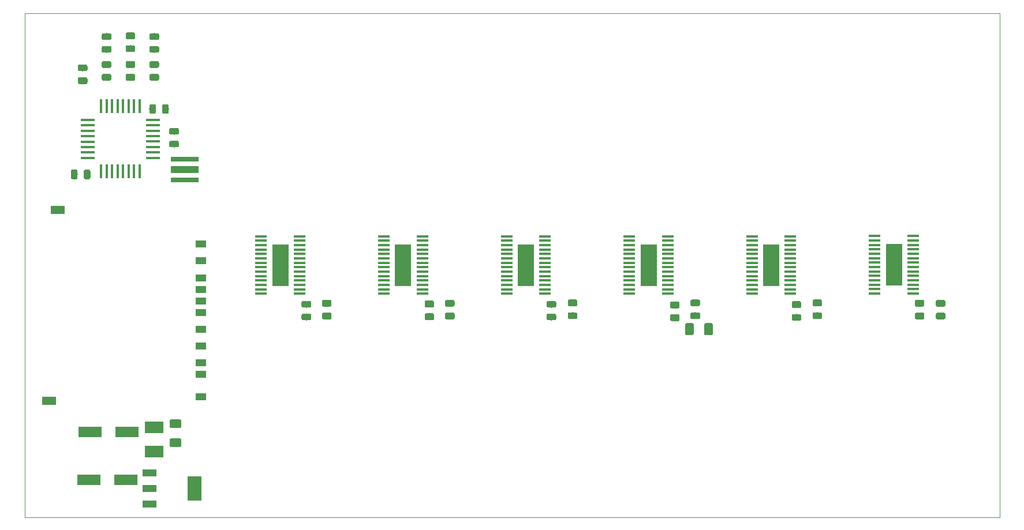
<source format=gbr>
G04 #@! TF.GenerationSoftware,KiCad,Pcbnew,(5.1.4)-1*
G04 #@! TF.CreationDate,2019-09-05T13:30:01+01:00*
G04 #@! TF.ProjectId,lpa96,6c706139-362e-46b6-9963-61645f706362,2.1*
G04 #@! TF.SameCoordinates,Original*
G04 #@! TF.FileFunction,Paste,Bot*
G04 #@! TF.FilePolarity,Positive*
%FSLAX46Y46*%
G04 Gerber Fmt 4.6, Leading zero omitted, Abs format (unit mm)*
G04 Created by KiCad (PCBNEW (5.1.4)-1) date 2019-09-05 13:30:01*
%MOMM*%
%LPD*%
G04 APERTURE LIST*
%ADD10C,0.100000*%
%ADD11R,2.794000X1.778000*%
%ADD12R,2.400000X6.170001*%
%ADD13R,1.665199X0.364800*%
%ADD14R,1.998980X0.449580*%
%ADD15R,0.449580X1.998980*%
%ADD16R,1.500000X1.000000*%
%ADD17R,2.000000X1.200000*%
%ADD18R,2.032000X3.657600*%
%ADD19R,2.032000X1.016000*%
%ADD20R,4.100000X0.700000*%
%ADD21R,4.100000X1.000000*%
%ADD22R,3.500000X1.600000*%
%ADD23C,0.150000*%
%ADD24C,0.975000*%
%ADD25C,1.250000*%
G04 APERTURE END LIST*
D10*
X67000000Y-168500000D02*
X67000000Y-94500000D01*
X210000000Y-168500000D02*
X67000000Y-168500000D01*
X210000000Y-94500000D02*
X210000000Y-168500000D01*
X67000000Y-94500000D02*
X210000000Y-94500000D01*
D11*
X86000000Y-155300000D03*
X86000000Y-158856000D03*
D12*
X104500000Y-131500000D03*
D13*
X107319400Y-135725074D03*
X107319400Y-135075063D03*
X107319400Y-134425051D03*
X107319400Y-133775040D03*
X107319400Y-133125028D03*
X107319400Y-132475017D03*
X107319400Y-131825006D03*
X107319400Y-131174994D03*
X107319400Y-130524983D03*
X107319400Y-129874972D03*
X107319400Y-129224960D03*
X107319400Y-128574949D03*
X107319400Y-127924937D03*
X107319400Y-127274926D03*
X101680600Y-127274926D03*
X101680600Y-127924937D03*
X101680600Y-128574949D03*
X101680600Y-129224960D03*
X101680600Y-129874972D03*
X101680600Y-130524983D03*
X101680600Y-131174994D03*
X101680600Y-131825006D03*
X101680600Y-132475017D03*
X101680600Y-133125028D03*
X101680600Y-133775040D03*
X101680600Y-134425051D03*
X101680600Y-135075063D03*
X101680600Y-135725074D03*
D12*
X122500000Y-131500000D03*
D13*
X125319400Y-135725074D03*
X125319400Y-135075063D03*
X125319400Y-134425051D03*
X125319400Y-133775040D03*
X125319400Y-133125028D03*
X125319400Y-132475017D03*
X125319400Y-131825006D03*
X125319400Y-131174994D03*
X125319400Y-130524983D03*
X125319400Y-129874972D03*
X125319400Y-129224960D03*
X125319400Y-128574949D03*
X125319400Y-127924937D03*
X125319400Y-127274926D03*
X119680600Y-127274926D03*
X119680600Y-127924937D03*
X119680600Y-128574949D03*
X119680600Y-129224960D03*
X119680600Y-129874972D03*
X119680600Y-130524983D03*
X119680600Y-131174994D03*
X119680600Y-131825006D03*
X119680600Y-132475017D03*
X119680600Y-133125028D03*
X119680600Y-133775040D03*
X119680600Y-134425051D03*
X119680600Y-135075063D03*
X119680600Y-135725074D03*
D12*
X140500000Y-131500000D03*
D13*
X143319400Y-135725074D03*
X143319400Y-135075063D03*
X143319400Y-134425051D03*
X143319400Y-133775040D03*
X143319400Y-133125028D03*
X143319400Y-132475017D03*
X143319400Y-131825006D03*
X143319400Y-131174994D03*
X143319400Y-130524983D03*
X143319400Y-129874972D03*
X143319400Y-129224960D03*
X143319400Y-128574949D03*
X143319400Y-127924937D03*
X143319400Y-127274926D03*
X137680600Y-127274926D03*
X137680600Y-127924937D03*
X137680600Y-128574949D03*
X137680600Y-129224960D03*
X137680600Y-129874972D03*
X137680600Y-130524983D03*
X137680600Y-131174994D03*
X137680600Y-131825006D03*
X137680600Y-132475017D03*
X137680600Y-133125028D03*
X137680600Y-133775040D03*
X137680600Y-134425051D03*
X137680600Y-135075063D03*
X137680600Y-135725074D03*
D12*
X158500000Y-131500000D03*
D13*
X161319400Y-135725074D03*
X161319400Y-135075063D03*
X161319400Y-134425051D03*
X161319400Y-133775040D03*
X161319400Y-133125028D03*
X161319400Y-132475017D03*
X161319400Y-131825006D03*
X161319400Y-131174994D03*
X161319400Y-130524983D03*
X161319400Y-129874972D03*
X161319400Y-129224960D03*
X161319400Y-128574949D03*
X161319400Y-127924937D03*
X161319400Y-127274926D03*
X155680600Y-127274926D03*
X155680600Y-127924937D03*
X155680600Y-128574949D03*
X155680600Y-129224960D03*
X155680600Y-129874972D03*
X155680600Y-130524983D03*
X155680600Y-131174994D03*
X155680600Y-131825006D03*
X155680600Y-132475017D03*
X155680600Y-133125028D03*
X155680600Y-133775040D03*
X155680600Y-134425051D03*
X155680600Y-135075063D03*
X155680600Y-135725074D03*
D12*
X176500000Y-131500000D03*
D13*
X179319400Y-135725074D03*
X179319400Y-135075063D03*
X179319400Y-134425051D03*
X179319400Y-133775040D03*
X179319400Y-133125028D03*
X179319400Y-132475017D03*
X179319400Y-131825006D03*
X179319400Y-131174994D03*
X179319400Y-130524983D03*
X179319400Y-129874972D03*
X179319400Y-129224960D03*
X179319400Y-128574949D03*
X179319400Y-127924937D03*
X179319400Y-127274926D03*
X173680600Y-127274926D03*
X173680600Y-127924937D03*
X173680600Y-128574949D03*
X173680600Y-129224960D03*
X173680600Y-129874972D03*
X173680600Y-130524983D03*
X173680600Y-131174994D03*
X173680600Y-131825006D03*
X173680600Y-132475017D03*
X173680600Y-133125028D03*
X173680600Y-133775040D03*
X173680600Y-134425051D03*
X173680600Y-135075063D03*
X173680600Y-135725074D03*
D12*
X194480600Y-131474994D03*
D13*
X197300000Y-135700068D03*
X197300000Y-135050057D03*
X197300000Y-134400045D03*
X197300000Y-133750034D03*
X197300000Y-133100022D03*
X197300000Y-132450011D03*
X197300000Y-131800000D03*
X197300000Y-131149988D03*
X197300000Y-130499977D03*
X197300000Y-129849966D03*
X197300000Y-129199954D03*
X197300000Y-128549943D03*
X197300000Y-127899931D03*
X197300000Y-127249920D03*
X191661200Y-127249920D03*
X191661200Y-127899931D03*
X191661200Y-128549943D03*
X191661200Y-129199954D03*
X191661200Y-129849966D03*
X191661200Y-130499977D03*
X191661200Y-131149988D03*
X191661200Y-131800000D03*
X191661200Y-132450011D03*
X191661200Y-133100022D03*
X191661200Y-133750034D03*
X191661200Y-134400045D03*
X191661200Y-135050057D03*
X191661200Y-135700068D03*
D14*
X85815840Y-115776220D03*
X85815840Y-114976120D03*
X85815840Y-114176020D03*
X85815840Y-113375920D03*
X85815840Y-112575820D03*
X85815840Y-111775720D03*
X85815840Y-110975620D03*
X85815840Y-110175520D03*
X76250200Y-110180600D03*
X76250200Y-115794000D03*
X76250200Y-114981200D03*
X76250200Y-114168400D03*
X76250200Y-113381000D03*
X76250200Y-112568200D03*
X76250200Y-111780800D03*
X76250200Y-110968000D03*
D15*
X83824480Y-108174000D03*
X83026920Y-108174000D03*
X82224280Y-108174000D03*
X81426720Y-108174000D03*
X80624080Y-108174000D03*
X79826520Y-108174000D03*
X79023880Y-108174000D03*
X78226320Y-108174000D03*
X83819400Y-117775200D03*
X83032000Y-117775200D03*
X82219200Y-117775200D03*
X81431800Y-117775200D03*
X80644400Y-117775200D03*
X79831600Y-117775200D03*
X79018800Y-117775200D03*
X78206000Y-117775200D03*
D16*
X92810000Y-130900000D03*
X92810000Y-133400000D03*
X92810000Y-136800000D03*
X92810000Y-138450000D03*
X92810000Y-140900000D03*
X92810000Y-143400000D03*
X92810000Y-145830000D03*
X92810000Y-147530000D03*
X92810000Y-128400000D03*
X92810000Y-150880000D03*
D17*
X70600000Y-151400000D03*
X71800000Y-123400000D03*
D16*
X92810000Y-135100000D03*
D18*
X91900000Y-164300000D03*
D19*
X85296000Y-164300000D03*
X85296000Y-162014000D03*
X85296000Y-166586000D03*
D20*
X90500000Y-119000000D03*
D21*
X90500000Y-117500000D03*
D20*
X90500000Y-116000000D03*
D22*
X82000000Y-156000000D03*
X76600000Y-156000000D03*
X81800000Y-163000000D03*
X76400000Y-163000000D03*
D23*
G36*
X89380142Y-113251174D02*
G01*
X89403803Y-113254684D01*
X89427007Y-113260496D01*
X89449529Y-113268554D01*
X89471153Y-113278782D01*
X89491670Y-113291079D01*
X89510883Y-113305329D01*
X89528607Y-113321393D01*
X89544671Y-113339117D01*
X89558921Y-113358330D01*
X89571218Y-113378847D01*
X89581446Y-113400471D01*
X89589504Y-113422993D01*
X89595316Y-113446197D01*
X89598826Y-113469858D01*
X89600000Y-113493750D01*
X89600000Y-113981250D01*
X89598826Y-114005142D01*
X89595316Y-114028803D01*
X89589504Y-114052007D01*
X89581446Y-114074529D01*
X89571218Y-114096153D01*
X89558921Y-114116670D01*
X89544671Y-114135883D01*
X89528607Y-114153607D01*
X89510883Y-114169671D01*
X89491670Y-114183921D01*
X89471153Y-114196218D01*
X89449529Y-114206446D01*
X89427007Y-114214504D01*
X89403803Y-114220316D01*
X89380142Y-114223826D01*
X89356250Y-114225000D01*
X88443750Y-114225000D01*
X88419858Y-114223826D01*
X88396197Y-114220316D01*
X88372993Y-114214504D01*
X88350471Y-114206446D01*
X88328847Y-114196218D01*
X88308330Y-114183921D01*
X88289117Y-114169671D01*
X88271393Y-114153607D01*
X88255329Y-114135883D01*
X88241079Y-114116670D01*
X88228782Y-114096153D01*
X88218554Y-114074529D01*
X88210496Y-114052007D01*
X88204684Y-114028803D01*
X88201174Y-114005142D01*
X88200000Y-113981250D01*
X88200000Y-113493750D01*
X88201174Y-113469858D01*
X88204684Y-113446197D01*
X88210496Y-113422993D01*
X88218554Y-113400471D01*
X88228782Y-113378847D01*
X88241079Y-113358330D01*
X88255329Y-113339117D01*
X88271393Y-113321393D01*
X88289117Y-113305329D01*
X88308330Y-113291079D01*
X88328847Y-113278782D01*
X88350471Y-113268554D01*
X88372993Y-113260496D01*
X88396197Y-113254684D01*
X88419858Y-113251174D01*
X88443750Y-113250000D01*
X89356250Y-113250000D01*
X89380142Y-113251174D01*
X89380142Y-113251174D01*
G37*
D24*
X88900000Y-113737500D03*
D23*
G36*
X89380142Y-111376174D02*
G01*
X89403803Y-111379684D01*
X89427007Y-111385496D01*
X89449529Y-111393554D01*
X89471153Y-111403782D01*
X89491670Y-111416079D01*
X89510883Y-111430329D01*
X89528607Y-111446393D01*
X89544671Y-111464117D01*
X89558921Y-111483330D01*
X89571218Y-111503847D01*
X89581446Y-111525471D01*
X89589504Y-111547993D01*
X89595316Y-111571197D01*
X89598826Y-111594858D01*
X89600000Y-111618750D01*
X89600000Y-112106250D01*
X89598826Y-112130142D01*
X89595316Y-112153803D01*
X89589504Y-112177007D01*
X89581446Y-112199529D01*
X89571218Y-112221153D01*
X89558921Y-112241670D01*
X89544671Y-112260883D01*
X89528607Y-112278607D01*
X89510883Y-112294671D01*
X89491670Y-112308921D01*
X89471153Y-112321218D01*
X89449529Y-112331446D01*
X89427007Y-112339504D01*
X89403803Y-112345316D01*
X89380142Y-112348826D01*
X89356250Y-112350000D01*
X88443750Y-112350000D01*
X88419858Y-112348826D01*
X88396197Y-112345316D01*
X88372993Y-112339504D01*
X88350471Y-112331446D01*
X88328847Y-112321218D01*
X88308330Y-112308921D01*
X88289117Y-112294671D01*
X88271393Y-112278607D01*
X88255329Y-112260883D01*
X88241079Y-112241670D01*
X88228782Y-112221153D01*
X88218554Y-112199529D01*
X88210496Y-112177007D01*
X88204684Y-112153803D01*
X88201174Y-112130142D01*
X88200000Y-112106250D01*
X88200000Y-111618750D01*
X88201174Y-111594858D01*
X88204684Y-111571197D01*
X88210496Y-111547993D01*
X88218554Y-111525471D01*
X88228782Y-111503847D01*
X88241079Y-111483330D01*
X88255329Y-111464117D01*
X88271393Y-111446393D01*
X88289117Y-111430329D01*
X88308330Y-111416079D01*
X88328847Y-111403782D01*
X88350471Y-111393554D01*
X88372993Y-111385496D01*
X88396197Y-111379684D01*
X88419858Y-111376174D01*
X88443750Y-111375000D01*
X89356250Y-111375000D01*
X89380142Y-111376174D01*
X89380142Y-111376174D01*
G37*
D24*
X88900000Y-111862500D03*
D23*
G36*
X74530142Y-117501174D02*
G01*
X74553803Y-117504684D01*
X74577007Y-117510496D01*
X74599529Y-117518554D01*
X74621153Y-117528782D01*
X74641670Y-117541079D01*
X74660883Y-117555329D01*
X74678607Y-117571393D01*
X74694671Y-117589117D01*
X74708921Y-117608330D01*
X74721218Y-117628847D01*
X74731446Y-117650471D01*
X74739504Y-117672993D01*
X74745316Y-117696197D01*
X74748826Y-117719858D01*
X74750000Y-117743750D01*
X74750000Y-118656250D01*
X74748826Y-118680142D01*
X74745316Y-118703803D01*
X74739504Y-118727007D01*
X74731446Y-118749529D01*
X74721218Y-118771153D01*
X74708921Y-118791670D01*
X74694671Y-118810883D01*
X74678607Y-118828607D01*
X74660883Y-118844671D01*
X74641670Y-118858921D01*
X74621153Y-118871218D01*
X74599529Y-118881446D01*
X74577007Y-118889504D01*
X74553803Y-118895316D01*
X74530142Y-118898826D01*
X74506250Y-118900000D01*
X74018750Y-118900000D01*
X73994858Y-118898826D01*
X73971197Y-118895316D01*
X73947993Y-118889504D01*
X73925471Y-118881446D01*
X73903847Y-118871218D01*
X73883330Y-118858921D01*
X73864117Y-118844671D01*
X73846393Y-118828607D01*
X73830329Y-118810883D01*
X73816079Y-118791670D01*
X73803782Y-118771153D01*
X73793554Y-118749529D01*
X73785496Y-118727007D01*
X73779684Y-118703803D01*
X73776174Y-118680142D01*
X73775000Y-118656250D01*
X73775000Y-117743750D01*
X73776174Y-117719858D01*
X73779684Y-117696197D01*
X73785496Y-117672993D01*
X73793554Y-117650471D01*
X73803782Y-117628847D01*
X73816079Y-117608330D01*
X73830329Y-117589117D01*
X73846393Y-117571393D01*
X73864117Y-117555329D01*
X73883330Y-117541079D01*
X73903847Y-117528782D01*
X73925471Y-117518554D01*
X73947993Y-117510496D01*
X73971197Y-117504684D01*
X73994858Y-117501174D01*
X74018750Y-117500000D01*
X74506250Y-117500000D01*
X74530142Y-117501174D01*
X74530142Y-117501174D01*
G37*
D24*
X74262500Y-118200000D03*
D23*
G36*
X76405142Y-117501174D02*
G01*
X76428803Y-117504684D01*
X76452007Y-117510496D01*
X76474529Y-117518554D01*
X76496153Y-117528782D01*
X76516670Y-117541079D01*
X76535883Y-117555329D01*
X76553607Y-117571393D01*
X76569671Y-117589117D01*
X76583921Y-117608330D01*
X76596218Y-117628847D01*
X76606446Y-117650471D01*
X76614504Y-117672993D01*
X76620316Y-117696197D01*
X76623826Y-117719858D01*
X76625000Y-117743750D01*
X76625000Y-118656250D01*
X76623826Y-118680142D01*
X76620316Y-118703803D01*
X76614504Y-118727007D01*
X76606446Y-118749529D01*
X76596218Y-118771153D01*
X76583921Y-118791670D01*
X76569671Y-118810883D01*
X76553607Y-118828607D01*
X76535883Y-118844671D01*
X76516670Y-118858921D01*
X76496153Y-118871218D01*
X76474529Y-118881446D01*
X76452007Y-118889504D01*
X76428803Y-118895316D01*
X76405142Y-118898826D01*
X76381250Y-118900000D01*
X75893750Y-118900000D01*
X75869858Y-118898826D01*
X75846197Y-118895316D01*
X75822993Y-118889504D01*
X75800471Y-118881446D01*
X75778847Y-118871218D01*
X75758330Y-118858921D01*
X75739117Y-118844671D01*
X75721393Y-118828607D01*
X75705329Y-118810883D01*
X75691079Y-118791670D01*
X75678782Y-118771153D01*
X75668554Y-118749529D01*
X75660496Y-118727007D01*
X75654684Y-118703803D01*
X75651174Y-118680142D01*
X75650000Y-118656250D01*
X75650000Y-117743750D01*
X75651174Y-117719858D01*
X75654684Y-117696197D01*
X75660496Y-117672993D01*
X75668554Y-117650471D01*
X75678782Y-117628847D01*
X75691079Y-117608330D01*
X75705329Y-117589117D01*
X75721393Y-117571393D01*
X75739117Y-117555329D01*
X75758330Y-117541079D01*
X75778847Y-117528782D01*
X75800471Y-117518554D01*
X75822993Y-117510496D01*
X75846197Y-117504684D01*
X75869858Y-117501174D01*
X75893750Y-117500000D01*
X76381250Y-117500000D01*
X76405142Y-117501174D01*
X76405142Y-117501174D01*
G37*
D24*
X76137500Y-118200000D03*
D23*
G36*
X89749504Y-154176204D02*
G01*
X89773773Y-154179804D01*
X89797571Y-154185765D01*
X89820671Y-154194030D01*
X89842849Y-154204520D01*
X89863893Y-154217133D01*
X89883598Y-154231747D01*
X89901777Y-154248223D01*
X89918253Y-154266402D01*
X89932867Y-154286107D01*
X89945480Y-154307151D01*
X89955970Y-154329329D01*
X89964235Y-154352429D01*
X89970196Y-154376227D01*
X89973796Y-154400496D01*
X89975000Y-154425000D01*
X89975000Y-155175000D01*
X89973796Y-155199504D01*
X89970196Y-155223773D01*
X89964235Y-155247571D01*
X89955970Y-155270671D01*
X89945480Y-155292849D01*
X89932867Y-155313893D01*
X89918253Y-155333598D01*
X89901777Y-155351777D01*
X89883598Y-155368253D01*
X89863893Y-155382867D01*
X89842849Y-155395480D01*
X89820671Y-155405970D01*
X89797571Y-155414235D01*
X89773773Y-155420196D01*
X89749504Y-155423796D01*
X89725000Y-155425000D01*
X88475000Y-155425000D01*
X88450496Y-155423796D01*
X88426227Y-155420196D01*
X88402429Y-155414235D01*
X88379329Y-155405970D01*
X88357151Y-155395480D01*
X88336107Y-155382867D01*
X88316402Y-155368253D01*
X88298223Y-155351777D01*
X88281747Y-155333598D01*
X88267133Y-155313893D01*
X88254520Y-155292849D01*
X88244030Y-155270671D01*
X88235765Y-155247571D01*
X88229804Y-155223773D01*
X88226204Y-155199504D01*
X88225000Y-155175000D01*
X88225000Y-154425000D01*
X88226204Y-154400496D01*
X88229804Y-154376227D01*
X88235765Y-154352429D01*
X88244030Y-154329329D01*
X88254520Y-154307151D01*
X88267133Y-154286107D01*
X88281747Y-154266402D01*
X88298223Y-154248223D01*
X88316402Y-154231747D01*
X88336107Y-154217133D01*
X88357151Y-154204520D01*
X88379329Y-154194030D01*
X88402429Y-154185765D01*
X88426227Y-154179804D01*
X88450496Y-154176204D01*
X88475000Y-154175000D01*
X89725000Y-154175000D01*
X89749504Y-154176204D01*
X89749504Y-154176204D01*
G37*
D25*
X89100000Y-154800000D03*
D23*
G36*
X89749504Y-156976204D02*
G01*
X89773773Y-156979804D01*
X89797571Y-156985765D01*
X89820671Y-156994030D01*
X89842849Y-157004520D01*
X89863893Y-157017133D01*
X89883598Y-157031747D01*
X89901777Y-157048223D01*
X89918253Y-157066402D01*
X89932867Y-157086107D01*
X89945480Y-157107151D01*
X89955970Y-157129329D01*
X89964235Y-157152429D01*
X89970196Y-157176227D01*
X89973796Y-157200496D01*
X89975000Y-157225000D01*
X89975000Y-157975000D01*
X89973796Y-157999504D01*
X89970196Y-158023773D01*
X89964235Y-158047571D01*
X89955970Y-158070671D01*
X89945480Y-158092849D01*
X89932867Y-158113893D01*
X89918253Y-158133598D01*
X89901777Y-158151777D01*
X89883598Y-158168253D01*
X89863893Y-158182867D01*
X89842849Y-158195480D01*
X89820671Y-158205970D01*
X89797571Y-158214235D01*
X89773773Y-158220196D01*
X89749504Y-158223796D01*
X89725000Y-158225000D01*
X88475000Y-158225000D01*
X88450496Y-158223796D01*
X88426227Y-158220196D01*
X88402429Y-158214235D01*
X88379329Y-158205970D01*
X88357151Y-158195480D01*
X88336107Y-158182867D01*
X88316402Y-158168253D01*
X88298223Y-158151777D01*
X88281747Y-158133598D01*
X88267133Y-158113893D01*
X88254520Y-158092849D01*
X88244030Y-158070671D01*
X88235765Y-158047571D01*
X88229804Y-158023773D01*
X88226204Y-157999504D01*
X88225000Y-157975000D01*
X88225000Y-157225000D01*
X88226204Y-157200496D01*
X88229804Y-157176227D01*
X88235765Y-157152429D01*
X88244030Y-157129329D01*
X88254520Y-157107151D01*
X88267133Y-157086107D01*
X88281747Y-157066402D01*
X88298223Y-157048223D01*
X88316402Y-157031747D01*
X88336107Y-157017133D01*
X88357151Y-157004520D01*
X88379329Y-156994030D01*
X88402429Y-156985765D01*
X88426227Y-156979804D01*
X88450496Y-156976204D01*
X88475000Y-156975000D01*
X89725000Y-156975000D01*
X89749504Y-156976204D01*
X89749504Y-156976204D01*
G37*
D25*
X89100000Y-157600000D03*
D23*
G36*
X108780142Y-138651174D02*
G01*
X108803803Y-138654684D01*
X108827007Y-138660496D01*
X108849529Y-138668554D01*
X108871153Y-138678782D01*
X108891670Y-138691079D01*
X108910883Y-138705329D01*
X108928607Y-138721393D01*
X108944671Y-138739117D01*
X108958921Y-138758330D01*
X108971218Y-138778847D01*
X108981446Y-138800471D01*
X108989504Y-138822993D01*
X108995316Y-138846197D01*
X108998826Y-138869858D01*
X109000000Y-138893750D01*
X109000000Y-139381250D01*
X108998826Y-139405142D01*
X108995316Y-139428803D01*
X108989504Y-139452007D01*
X108981446Y-139474529D01*
X108971218Y-139496153D01*
X108958921Y-139516670D01*
X108944671Y-139535883D01*
X108928607Y-139553607D01*
X108910883Y-139569671D01*
X108891670Y-139583921D01*
X108871153Y-139596218D01*
X108849529Y-139606446D01*
X108827007Y-139614504D01*
X108803803Y-139620316D01*
X108780142Y-139623826D01*
X108756250Y-139625000D01*
X107843750Y-139625000D01*
X107819858Y-139623826D01*
X107796197Y-139620316D01*
X107772993Y-139614504D01*
X107750471Y-139606446D01*
X107728847Y-139596218D01*
X107708330Y-139583921D01*
X107689117Y-139569671D01*
X107671393Y-139553607D01*
X107655329Y-139535883D01*
X107641079Y-139516670D01*
X107628782Y-139496153D01*
X107618554Y-139474529D01*
X107610496Y-139452007D01*
X107604684Y-139428803D01*
X107601174Y-139405142D01*
X107600000Y-139381250D01*
X107600000Y-138893750D01*
X107601174Y-138869858D01*
X107604684Y-138846197D01*
X107610496Y-138822993D01*
X107618554Y-138800471D01*
X107628782Y-138778847D01*
X107641079Y-138758330D01*
X107655329Y-138739117D01*
X107671393Y-138721393D01*
X107689117Y-138705329D01*
X107708330Y-138691079D01*
X107728847Y-138678782D01*
X107750471Y-138668554D01*
X107772993Y-138660496D01*
X107796197Y-138654684D01*
X107819858Y-138651174D01*
X107843750Y-138650000D01*
X108756250Y-138650000D01*
X108780142Y-138651174D01*
X108780142Y-138651174D01*
G37*
D24*
X108300000Y-139137500D03*
D23*
G36*
X108780142Y-136776174D02*
G01*
X108803803Y-136779684D01*
X108827007Y-136785496D01*
X108849529Y-136793554D01*
X108871153Y-136803782D01*
X108891670Y-136816079D01*
X108910883Y-136830329D01*
X108928607Y-136846393D01*
X108944671Y-136864117D01*
X108958921Y-136883330D01*
X108971218Y-136903847D01*
X108981446Y-136925471D01*
X108989504Y-136947993D01*
X108995316Y-136971197D01*
X108998826Y-136994858D01*
X109000000Y-137018750D01*
X109000000Y-137506250D01*
X108998826Y-137530142D01*
X108995316Y-137553803D01*
X108989504Y-137577007D01*
X108981446Y-137599529D01*
X108971218Y-137621153D01*
X108958921Y-137641670D01*
X108944671Y-137660883D01*
X108928607Y-137678607D01*
X108910883Y-137694671D01*
X108891670Y-137708921D01*
X108871153Y-137721218D01*
X108849529Y-137731446D01*
X108827007Y-137739504D01*
X108803803Y-137745316D01*
X108780142Y-137748826D01*
X108756250Y-137750000D01*
X107843750Y-137750000D01*
X107819858Y-137748826D01*
X107796197Y-137745316D01*
X107772993Y-137739504D01*
X107750471Y-137731446D01*
X107728847Y-137721218D01*
X107708330Y-137708921D01*
X107689117Y-137694671D01*
X107671393Y-137678607D01*
X107655329Y-137660883D01*
X107641079Y-137641670D01*
X107628782Y-137621153D01*
X107618554Y-137599529D01*
X107610496Y-137577007D01*
X107604684Y-137553803D01*
X107601174Y-137530142D01*
X107600000Y-137506250D01*
X107600000Y-137018750D01*
X107601174Y-136994858D01*
X107604684Y-136971197D01*
X107610496Y-136947993D01*
X107618554Y-136925471D01*
X107628782Y-136903847D01*
X107641079Y-136883330D01*
X107655329Y-136864117D01*
X107671393Y-136846393D01*
X107689117Y-136830329D01*
X107708330Y-136816079D01*
X107728847Y-136803782D01*
X107750471Y-136793554D01*
X107772993Y-136785496D01*
X107796197Y-136779684D01*
X107819858Y-136776174D01*
X107843750Y-136775000D01*
X108756250Y-136775000D01*
X108780142Y-136776174D01*
X108780142Y-136776174D01*
G37*
D24*
X108300000Y-137262500D03*
D23*
G36*
X126830142Y-138601174D02*
G01*
X126853803Y-138604684D01*
X126877007Y-138610496D01*
X126899529Y-138618554D01*
X126921153Y-138628782D01*
X126941670Y-138641079D01*
X126960883Y-138655329D01*
X126978607Y-138671393D01*
X126994671Y-138689117D01*
X127008921Y-138708330D01*
X127021218Y-138728847D01*
X127031446Y-138750471D01*
X127039504Y-138772993D01*
X127045316Y-138796197D01*
X127048826Y-138819858D01*
X127050000Y-138843750D01*
X127050000Y-139331250D01*
X127048826Y-139355142D01*
X127045316Y-139378803D01*
X127039504Y-139402007D01*
X127031446Y-139424529D01*
X127021218Y-139446153D01*
X127008921Y-139466670D01*
X126994671Y-139485883D01*
X126978607Y-139503607D01*
X126960883Y-139519671D01*
X126941670Y-139533921D01*
X126921153Y-139546218D01*
X126899529Y-139556446D01*
X126877007Y-139564504D01*
X126853803Y-139570316D01*
X126830142Y-139573826D01*
X126806250Y-139575000D01*
X125893750Y-139575000D01*
X125869858Y-139573826D01*
X125846197Y-139570316D01*
X125822993Y-139564504D01*
X125800471Y-139556446D01*
X125778847Y-139546218D01*
X125758330Y-139533921D01*
X125739117Y-139519671D01*
X125721393Y-139503607D01*
X125705329Y-139485883D01*
X125691079Y-139466670D01*
X125678782Y-139446153D01*
X125668554Y-139424529D01*
X125660496Y-139402007D01*
X125654684Y-139378803D01*
X125651174Y-139355142D01*
X125650000Y-139331250D01*
X125650000Y-138843750D01*
X125651174Y-138819858D01*
X125654684Y-138796197D01*
X125660496Y-138772993D01*
X125668554Y-138750471D01*
X125678782Y-138728847D01*
X125691079Y-138708330D01*
X125705329Y-138689117D01*
X125721393Y-138671393D01*
X125739117Y-138655329D01*
X125758330Y-138641079D01*
X125778847Y-138628782D01*
X125800471Y-138618554D01*
X125822993Y-138610496D01*
X125846197Y-138604684D01*
X125869858Y-138601174D01*
X125893750Y-138600000D01*
X126806250Y-138600000D01*
X126830142Y-138601174D01*
X126830142Y-138601174D01*
G37*
D24*
X126350000Y-139087500D03*
D23*
G36*
X126830142Y-136726174D02*
G01*
X126853803Y-136729684D01*
X126877007Y-136735496D01*
X126899529Y-136743554D01*
X126921153Y-136753782D01*
X126941670Y-136766079D01*
X126960883Y-136780329D01*
X126978607Y-136796393D01*
X126994671Y-136814117D01*
X127008921Y-136833330D01*
X127021218Y-136853847D01*
X127031446Y-136875471D01*
X127039504Y-136897993D01*
X127045316Y-136921197D01*
X127048826Y-136944858D01*
X127050000Y-136968750D01*
X127050000Y-137456250D01*
X127048826Y-137480142D01*
X127045316Y-137503803D01*
X127039504Y-137527007D01*
X127031446Y-137549529D01*
X127021218Y-137571153D01*
X127008921Y-137591670D01*
X126994671Y-137610883D01*
X126978607Y-137628607D01*
X126960883Y-137644671D01*
X126941670Y-137658921D01*
X126921153Y-137671218D01*
X126899529Y-137681446D01*
X126877007Y-137689504D01*
X126853803Y-137695316D01*
X126830142Y-137698826D01*
X126806250Y-137700000D01*
X125893750Y-137700000D01*
X125869858Y-137698826D01*
X125846197Y-137695316D01*
X125822993Y-137689504D01*
X125800471Y-137681446D01*
X125778847Y-137671218D01*
X125758330Y-137658921D01*
X125739117Y-137644671D01*
X125721393Y-137628607D01*
X125705329Y-137610883D01*
X125691079Y-137591670D01*
X125678782Y-137571153D01*
X125668554Y-137549529D01*
X125660496Y-137527007D01*
X125654684Y-137503803D01*
X125651174Y-137480142D01*
X125650000Y-137456250D01*
X125650000Y-136968750D01*
X125651174Y-136944858D01*
X125654684Y-136921197D01*
X125660496Y-136897993D01*
X125668554Y-136875471D01*
X125678782Y-136853847D01*
X125691079Y-136833330D01*
X125705329Y-136814117D01*
X125721393Y-136796393D01*
X125739117Y-136780329D01*
X125758330Y-136766079D01*
X125778847Y-136753782D01*
X125800471Y-136743554D01*
X125822993Y-136735496D01*
X125846197Y-136729684D01*
X125869858Y-136726174D01*
X125893750Y-136725000D01*
X126806250Y-136725000D01*
X126830142Y-136726174D01*
X126830142Y-136726174D01*
G37*
D24*
X126350000Y-137212500D03*
D23*
G36*
X144730142Y-138651174D02*
G01*
X144753803Y-138654684D01*
X144777007Y-138660496D01*
X144799529Y-138668554D01*
X144821153Y-138678782D01*
X144841670Y-138691079D01*
X144860883Y-138705329D01*
X144878607Y-138721393D01*
X144894671Y-138739117D01*
X144908921Y-138758330D01*
X144921218Y-138778847D01*
X144931446Y-138800471D01*
X144939504Y-138822993D01*
X144945316Y-138846197D01*
X144948826Y-138869858D01*
X144950000Y-138893750D01*
X144950000Y-139381250D01*
X144948826Y-139405142D01*
X144945316Y-139428803D01*
X144939504Y-139452007D01*
X144931446Y-139474529D01*
X144921218Y-139496153D01*
X144908921Y-139516670D01*
X144894671Y-139535883D01*
X144878607Y-139553607D01*
X144860883Y-139569671D01*
X144841670Y-139583921D01*
X144821153Y-139596218D01*
X144799529Y-139606446D01*
X144777007Y-139614504D01*
X144753803Y-139620316D01*
X144730142Y-139623826D01*
X144706250Y-139625000D01*
X143793750Y-139625000D01*
X143769858Y-139623826D01*
X143746197Y-139620316D01*
X143722993Y-139614504D01*
X143700471Y-139606446D01*
X143678847Y-139596218D01*
X143658330Y-139583921D01*
X143639117Y-139569671D01*
X143621393Y-139553607D01*
X143605329Y-139535883D01*
X143591079Y-139516670D01*
X143578782Y-139496153D01*
X143568554Y-139474529D01*
X143560496Y-139452007D01*
X143554684Y-139428803D01*
X143551174Y-139405142D01*
X143550000Y-139381250D01*
X143550000Y-138893750D01*
X143551174Y-138869858D01*
X143554684Y-138846197D01*
X143560496Y-138822993D01*
X143568554Y-138800471D01*
X143578782Y-138778847D01*
X143591079Y-138758330D01*
X143605329Y-138739117D01*
X143621393Y-138721393D01*
X143639117Y-138705329D01*
X143658330Y-138691079D01*
X143678847Y-138678782D01*
X143700471Y-138668554D01*
X143722993Y-138660496D01*
X143746197Y-138654684D01*
X143769858Y-138651174D01*
X143793750Y-138650000D01*
X144706250Y-138650000D01*
X144730142Y-138651174D01*
X144730142Y-138651174D01*
G37*
D24*
X144250000Y-139137500D03*
D23*
G36*
X144730142Y-136776174D02*
G01*
X144753803Y-136779684D01*
X144777007Y-136785496D01*
X144799529Y-136793554D01*
X144821153Y-136803782D01*
X144841670Y-136816079D01*
X144860883Y-136830329D01*
X144878607Y-136846393D01*
X144894671Y-136864117D01*
X144908921Y-136883330D01*
X144921218Y-136903847D01*
X144931446Y-136925471D01*
X144939504Y-136947993D01*
X144945316Y-136971197D01*
X144948826Y-136994858D01*
X144950000Y-137018750D01*
X144950000Y-137506250D01*
X144948826Y-137530142D01*
X144945316Y-137553803D01*
X144939504Y-137577007D01*
X144931446Y-137599529D01*
X144921218Y-137621153D01*
X144908921Y-137641670D01*
X144894671Y-137660883D01*
X144878607Y-137678607D01*
X144860883Y-137694671D01*
X144841670Y-137708921D01*
X144821153Y-137721218D01*
X144799529Y-137731446D01*
X144777007Y-137739504D01*
X144753803Y-137745316D01*
X144730142Y-137748826D01*
X144706250Y-137750000D01*
X143793750Y-137750000D01*
X143769858Y-137748826D01*
X143746197Y-137745316D01*
X143722993Y-137739504D01*
X143700471Y-137731446D01*
X143678847Y-137721218D01*
X143658330Y-137708921D01*
X143639117Y-137694671D01*
X143621393Y-137678607D01*
X143605329Y-137660883D01*
X143591079Y-137641670D01*
X143578782Y-137621153D01*
X143568554Y-137599529D01*
X143560496Y-137577007D01*
X143554684Y-137553803D01*
X143551174Y-137530142D01*
X143550000Y-137506250D01*
X143550000Y-137018750D01*
X143551174Y-136994858D01*
X143554684Y-136971197D01*
X143560496Y-136947993D01*
X143568554Y-136925471D01*
X143578782Y-136903847D01*
X143591079Y-136883330D01*
X143605329Y-136864117D01*
X143621393Y-136846393D01*
X143639117Y-136830329D01*
X143658330Y-136816079D01*
X143678847Y-136803782D01*
X143700471Y-136793554D01*
X143722993Y-136785496D01*
X143746197Y-136779684D01*
X143769858Y-136776174D01*
X143793750Y-136775000D01*
X144706250Y-136775000D01*
X144730142Y-136776174D01*
X144730142Y-136776174D01*
G37*
D24*
X144250000Y-137262500D03*
D23*
G36*
X162830142Y-138751174D02*
G01*
X162853803Y-138754684D01*
X162877007Y-138760496D01*
X162899529Y-138768554D01*
X162921153Y-138778782D01*
X162941670Y-138791079D01*
X162960883Y-138805329D01*
X162978607Y-138821393D01*
X162994671Y-138839117D01*
X163008921Y-138858330D01*
X163021218Y-138878847D01*
X163031446Y-138900471D01*
X163039504Y-138922993D01*
X163045316Y-138946197D01*
X163048826Y-138969858D01*
X163050000Y-138993750D01*
X163050000Y-139481250D01*
X163048826Y-139505142D01*
X163045316Y-139528803D01*
X163039504Y-139552007D01*
X163031446Y-139574529D01*
X163021218Y-139596153D01*
X163008921Y-139616670D01*
X162994671Y-139635883D01*
X162978607Y-139653607D01*
X162960883Y-139669671D01*
X162941670Y-139683921D01*
X162921153Y-139696218D01*
X162899529Y-139706446D01*
X162877007Y-139714504D01*
X162853803Y-139720316D01*
X162830142Y-139723826D01*
X162806250Y-139725000D01*
X161893750Y-139725000D01*
X161869858Y-139723826D01*
X161846197Y-139720316D01*
X161822993Y-139714504D01*
X161800471Y-139706446D01*
X161778847Y-139696218D01*
X161758330Y-139683921D01*
X161739117Y-139669671D01*
X161721393Y-139653607D01*
X161705329Y-139635883D01*
X161691079Y-139616670D01*
X161678782Y-139596153D01*
X161668554Y-139574529D01*
X161660496Y-139552007D01*
X161654684Y-139528803D01*
X161651174Y-139505142D01*
X161650000Y-139481250D01*
X161650000Y-138993750D01*
X161651174Y-138969858D01*
X161654684Y-138946197D01*
X161660496Y-138922993D01*
X161668554Y-138900471D01*
X161678782Y-138878847D01*
X161691079Y-138858330D01*
X161705329Y-138839117D01*
X161721393Y-138821393D01*
X161739117Y-138805329D01*
X161758330Y-138791079D01*
X161778847Y-138778782D01*
X161800471Y-138768554D01*
X161822993Y-138760496D01*
X161846197Y-138754684D01*
X161869858Y-138751174D01*
X161893750Y-138750000D01*
X162806250Y-138750000D01*
X162830142Y-138751174D01*
X162830142Y-138751174D01*
G37*
D24*
X162350000Y-139237500D03*
D23*
G36*
X162830142Y-136876174D02*
G01*
X162853803Y-136879684D01*
X162877007Y-136885496D01*
X162899529Y-136893554D01*
X162921153Y-136903782D01*
X162941670Y-136916079D01*
X162960883Y-136930329D01*
X162978607Y-136946393D01*
X162994671Y-136964117D01*
X163008921Y-136983330D01*
X163021218Y-137003847D01*
X163031446Y-137025471D01*
X163039504Y-137047993D01*
X163045316Y-137071197D01*
X163048826Y-137094858D01*
X163050000Y-137118750D01*
X163050000Y-137606250D01*
X163048826Y-137630142D01*
X163045316Y-137653803D01*
X163039504Y-137677007D01*
X163031446Y-137699529D01*
X163021218Y-137721153D01*
X163008921Y-137741670D01*
X162994671Y-137760883D01*
X162978607Y-137778607D01*
X162960883Y-137794671D01*
X162941670Y-137808921D01*
X162921153Y-137821218D01*
X162899529Y-137831446D01*
X162877007Y-137839504D01*
X162853803Y-137845316D01*
X162830142Y-137848826D01*
X162806250Y-137850000D01*
X161893750Y-137850000D01*
X161869858Y-137848826D01*
X161846197Y-137845316D01*
X161822993Y-137839504D01*
X161800471Y-137831446D01*
X161778847Y-137821218D01*
X161758330Y-137808921D01*
X161739117Y-137794671D01*
X161721393Y-137778607D01*
X161705329Y-137760883D01*
X161691079Y-137741670D01*
X161678782Y-137721153D01*
X161668554Y-137699529D01*
X161660496Y-137677007D01*
X161654684Y-137653803D01*
X161651174Y-137630142D01*
X161650000Y-137606250D01*
X161650000Y-137118750D01*
X161651174Y-137094858D01*
X161654684Y-137071197D01*
X161660496Y-137047993D01*
X161668554Y-137025471D01*
X161678782Y-137003847D01*
X161691079Y-136983330D01*
X161705329Y-136964117D01*
X161721393Y-136946393D01*
X161739117Y-136930329D01*
X161758330Y-136916079D01*
X161778847Y-136903782D01*
X161800471Y-136893554D01*
X161822993Y-136885496D01*
X161846197Y-136879684D01*
X161869858Y-136876174D01*
X161893750Y-136875000D01*
X162806250Y-136875000D01*
X162830142Y-136876174D01*
X162830142Y-136876174D01*
G37*
D24*
X162350000Y-137362500D03*
D23*
G36*
X180680142Y-138701174D02*
G01*
X180703803Y-138704684D01*
X180727007Y-138710496D01*
X180749529Y-138718554D01*
X180771153Y-138728782D01*
X180791670Y-138741079D01*
X180810883Y-138755329D01*
X180828607Y-138771393D01*
X180844671Y-138789117D01*
X180858921Y-138808330D01*
X180871218Y-138828847D01*
X180881446Y-138850471D01*
X180889504Y-138872993D01*
X180895316Y-138896197D01*
X180898826Y-138919858D01*
X180900000Y-138943750D01*
X180900000Y-139431250D01*
X180898826Y-139455142D01*
X180895316Y-139478803D01*
X180889504Y-139502007D01*
X180881446Y-139524529D01*
X180871218Y-139546153D01*
X180858921Y-139566670D01*
X180844671Y-139585883D01*
X180828607Y-139603607D01*
X180810883Y-139619671D01*
X180791670Y-139633921D01*
X180771153Y-139646218D01*
X180749529Y-139656446D01*
X180727007Y-139664504D01*
X180703803Y-139670316D01*
X180680142Y-139673826D01*
X180656250Y-139675000D01*
X179743750Y-139675000D01*
X179719858Y-139673826D01*
X179696197Y-139670316D01*
X179672993Y-139664504D01*
X179650471Y-139656446D01*
X179628847Y-139646218D01*
X179608330Y-139633921D01*
X179589117Y-139619671D01*
X179571393Y-139603607D01*
X179555329Y-139585883D01*
X179541079Y-139566670D01*
X179528782Y-139546153D01*
X179518554Y-139524529D01*
X179510496Y-139502007D01*
X179504684Y-139478803D01*
X179501174Y-139455142D01*
X179500000Y-139431250D01*
X179500000Y-138943750D01*
X179501174Y-138919858D01*
X179504684Y-138896197D01*
X179510496Y-138872993D01*
X179518554Y-138850471D01*
X179528782Y-138828847D01*
X179541079Y-138808330D01*
X179555329Y-138789117D01*
X179571393Y-138771393D01*
X179589117Y-138755329D01*
X179608330Y-138741079D01*
X179628847Y-138728782D01*
X179650471Y-138718554D01*
X179672993Y-138710496D01*
X179696197Y-138704684D01*
X179719858Y-138701174D01*
X179743750Y-138700000D01*
X180656250Y-138700000D01*
X180680142Y-138701174D01*
X180680142Y-138701174D01*
G37*
D24*
X180200000Y-139187500D03*
D23*
G36*
X180680142Y-136826174D02*
G01*
X180703803Y-136829684D01*
X180727007Y-136835496D01*
X180749529Y-136843554D01*
X180771153Y-136853782D01*
X180791670Y-136866079D01*
X180810883Y-136880329D01*
X180828607Y-136896393D01*
X180844671Y-136914117D01*
X180858921Y-136933330D01*
X180871218Y-136953847D01*
X180881446Y-136975471D01*
X180889504Y-136997993D01*
X180895316Y-137021197D01*
X180898826Y-137044858D01*
X180900000Y-137068750D01*
X180900000Y-137556250D01*
X180898826Y-137580142D01*
X180895316Y-137603803D01*
X180889504Y-137627007D01*
X180881446Y-137649529D01*
X180871218Y-137671153D01*
X180858921Y-137691670D01*
X180844671Y-137710883D01*
X180828607Y-137728607D01*
X180810883Y-137744671D01*
X180791670Y-137758921D01*
X180771153Y-137771218D01*
X180749529Y-137781446D01*
X180727007Y-137789504D01*
X180703803Y-137795316D01*
X180680142Y-137798826D01*
X180656250Y-137800000D01*
X179743750Y-137800000D01*
X179719858Y-137798826D01*
X179696197Y-137795316D01*
X179672993Y-137789504D01*
X179650471Y-137781446D01*
X179628847Y-137771218D01*
X179608330Y-137758921D01*
X179589117Y-137744671D01*
X179571393Y-137728607D01*
X179555329Y-137710883D01*
X179541079Y-137691670D01*
X179528782Y-137671153D01*
X179518554Y-137649529D01*
X179510496Y-137627007D01*
X179504684Y-137603803D01*
X179501174Y-137580142D01*
X179500000Y-137556250D01*
X179500000Y-137068750D01*
X179501174Y-137044858D01*
X179504684Y-137021197D01*
X179510496Y-136997993D01*
X179518554Y-136975471D01*
X179528782Y-136953847D01*
X179541079Y-136933330D01*
X179555329Y-136914117D01*
X179571393Y-136896393D01*
X179589117Y-136880329D01*
X179608330Y-136866079D01*
X179628847Y-136853782D01*
X179650471Y-136843554D01*
X179672993Y-136835496D01*
X179696197Y-136829684D01*
X179719858Y-136826174D01*
X179743750Y-136825000D01*
X180656250Y-136825000D01*
X180680142Y-136826174D01*
X180680142Y-136826174D01*
G37*
D24*
X180200000Y-137312500D03*
D23*
G36*
X198730142Y-138501174D02*
G01*
X198753803Y-138504684D01*
X198777007Y-138510496D01*
X198799529Y-138518554D01*
X198821153Y-138528782D01*
X198841670Y-138541079D01*
X198860883Y-138555329D01*
X198878607Y-138571393D01*
X198894671Y-138589117D01*
X198908921Y-138608330D01*
X198921218Y-138628847D01*
X198931446Y-138650471D01*
X198939504Y-138672993D01*
X198945316Y-138696197D01*
X198948826Y-138719858D01*
X198950000Y-138743750D01*
X198950000Y-139231250D01*
X198948826Y-139255142D01*
X198945316Y-139278803D01*
X198939504Y-139302007D01*
X198931446Y-139324529D01*
X198921218Y-139346153D01*
X198908921Y-139366670D01*
X198894671Y-139385883D01*
X198878607Y-139403607D01*
X198860883Y-139419671D01*
X198841670Y-139433921D01*
X198821153Y-139446218D01*
X198799529Y-139456446D01*
X198777007Y-139464504D01*
X198753803Y-139470316D01*
X198730142Y-139473826D01*
X198706250Y-139475000D01*
X197793750Y-139475000D01*
X197769858Y-139473826D01*
X197746197Y-139470316D01*
X197722993Y-139464504D01*
X197700471Y-139456446D01*
X197678847Y-139446218D01*
X197658330Y-139433921D01*
X197639117Y-139419671D01*
X197621393Y-139403607D01*
X197605329Y-139385883D01*
X197591079Y-139366670D01*
X197578782Y-139346153D01*
X197568554Y-139324529D01*
X197560496Y-139302007D01*
X197554684Y-139278803D01*
X197551174Y-139255142D01*
X197550000Y-139231250D01*
X197550000Y-138743750D01*
X197551174Y-138719858D01*
X197554684Y-138696197D01*
X197560496Y-138672993D01*
X197568554Y-138650471D01*
X197578782Y-138628847D01*
X197591079Y-138608330D01*
X197605329Y-138589117D01*
X197621393Y-138571393D01*
X197639117Y-138555329D01*
X197658330Y-138541079D01*
X197678847Y-138528782D01*
X197700471Y-138518554D01*
X197722993Y-138510496D01*
X197746197Y-138504684D01*
X197769858Y-138501174D01*
X197793750Y-138500000D01*
X198706250Y-138500000D01*
X198730142Y-138501174D01*
X198730142Y-138501174D01*
G37*
D24*
X198250000Y-138987500D03*
D23*
G36*
X198730142Y-136626174D02*
G01*
X198753803Y-136629684D01*
X198777007Y-136635496D01*
X198799529Y-136643554D01*
X198821153Y-136653782D01*
X198841670Y-136666079D01*
X198860883Y-136680329D01*
X198878607Y-136696393D01*
X198894671Y-136714117D01*
X198908921Y-136733330D01*
X198921218Y-136753847D01*
X198931446Y-136775471D01*
X198939504Y-136797993D01*
X198945316Y-136821197D01*
X198948826Y-136844858D01*
X198950000Y-136868750D01*
X198950000Y-137356250D01*
X198948826Y-137380142D01*
X198945316Y-137403803D01*
X198939504Y-137427007D01*
X198931446Y-137449529D01*
X198921218Y-137471153D01*
X198908921Y-137491670D01*
X198894671Y-137510883D01*
X198878607Y-137528607D01*
X198860883Y-137544671D01*
X198841670Y-137558921D01*
X198821153Y-137571218D01*
X198799529Y-137581446D01*
X198777007Y-137589504D01*
X198753803Y-137595316D01*
X198730142Y-137598826D01*
X198706250Y-137600000D01*
X197793750Y-137600000D01*
X197769858Y-137598826D01*
X197746197Y-137595316D01*
X197722993Y-137589504D01*
X197700471Y-137581446D01*
X197678847Y-137571218D01*
X197658330Y-137558921D01*
X197639117Y-137544671D01*
X197621393Y-137528607D01*
X197605329Y-137510883D01*
X197591079Y-137491670D01*
X197578782Y-137471153D01*
X197568554Y-137449529D01*
X197560496Y-137427007D01*
X197554684Y-137403803D01*
X197551174Y-137380142D01*
X197550000Y-137356250D01*
X197550000Y-136868750D01*
X197551174Y-136844858D01*
X197554684Y-136821197D01*
X197560496Y-136797993D01*
X197568554Y-136775471D01*
X197578782Y-136753847D01*
X197591079Y-136733330D01*
X197605329Y-136714117D01*
X197621393Y-136696393D01*
X197639117Y-136680329D01*
X197658330Y-136666079D01*
X197678847Y-136653782D01*
X197700471Y-136643554D01*
X197722993Y-136635496D01*
X197746197Y-136629684D01*
X197769858Y-136626174D01*
X197793750Y-136625000D01*
X198706250Y-136625000D01*
X198730142Y-136626174D01*
X198730142Y-136626174D01*
G37*
D24*
X198250000Y-137112500D03*
D23*
G36*
X167699504Y-140026204D02*
G01*
X167723773Y-140029804D01*
X167747571Y-140035765D01*
X167770671Y-140044030D01*
X167792849Y-140054520D01*
X167813893Y-140067133D01*
X167833598Y-140081747D01*
X167851777Y-140098223D01*
X167868253Y-140116402D01*
X167882867Y-140136107D01*
X167895480Y-140157151D01*
X167905970Y-140179329D01*
X167914235Y-140202429D01*
X167920196Y-140226227D01*
X167923796Y-140250496D01*
X167925000Y-140275000D01*
X167925000Y-141525000D01*
X167923796Y-141549504D01*
X167920196Y-141573773D01*
X167914235Y-141597571D01*
X167905970Y-141620671D01*
X167895480Y-141642849D01*
X167882867Y-141663893D01*
X167868253Y-141683598D01*
X167851777Y-141701777D01*
X167833598Y-141718253D01*
X167813893Y-141732867D01*
X167792849Y-141745480D01*
X167770671Y-141755970D01*
X167747571Y-141764235D01*
X167723773Y-141770196D01*
X167699504Y-141773796D01*
X167675000Y-141775000D01*
X166925000Y-141775000D01*
X166900496Y-141773796D01*
X166876227Y-141770196D01*
X166852429Y-141764235D01*
X166829329Y-141755970D01*
X166807151Y-141745480D01*
X166786107Y-141732867D01*
X166766402Y-141718253D01*
X166748223Y-141701777D01*
X166731747Y-141683598D01*
X166717133Y-141663893D01*
X166704520Y-141642849D01*
X166694030Y-141620671D01*
X166685765Y-141597571D01*
X166679804Y-141573773D01*
X166676204Y-141549504D01*
X166675000Y-141525000D01*
X166675000Y-140275000D01*
X166676204Y-140250496D01*
X166679804Y-140226227D01*
X166685765Y-140202429D01*
X166694030Y-140179329D01*
X166704520Y-140157151D01*
X166717133Y-140136107D01*
X166731747Y-140116402D01*
X166748223Y-140098223D01*
X166766402Y-140081747D01*
X166786107Y-140067133D01*
X166807151Y-140054520D01*
X166829329Y-140044030D01*
X166852429Y-140035765D01*
X166876227Y-140029804D01*
X166900496Y-140026204D01*
X166925000Y-140025000D01*
X167675000Y-140025000D01*
X167699504Y-140026204D01*
X167699504Y-140026204D01*
G37*
D25*
X167300000Y-140900000D03*
D23*
G36*
X164899504Y-140026204D02*
G01*
X164923773Y-140029804D01*
X164947571Y-140035765D01*
X164970671Y-140044030D01*
X164992849Y-140054520D01*
X165013893Y-140067133D01*
X165033598Y-140081747D01*
X165051777Y-140098223D01*
X165068253Y-140116402D01*
X165082867Y-140136107D01*
X165095480Y-140157151D01*
X165105970Y-140179329D01*
X165114235Y-140202429D01*
X165120196Y-140226227D01*
X165123796Y-140250496D01*
X165125000Y-140275000D01*
X165125000Y-141525000D01*
X165123796Y-141549504D01*
X165120196Y-141573773D01*
X165114235Y-141597571D01*
X165105970Y-141620671D01*
X165095480Y-141642849D01*
X165082867Y-141663893D01*
X165068253Y-141683598D01*
X165051777Y-141701777D01*
X165033598Y-141718253D01*
X165013893Y-141732867D01*
X164992849Y-141745480D01*
X164970671Y-141755970D01*
X164947571Y-141764235D01*
X164923773Y-141770196D01*
X164899504Y-141773796D01*
X164875000Y-141775000D01*
X164125000Y-141775000D01*
X164100496Y-141773796D01*
X164076227Y-141770196D01*
X164052429Y-141764235D01*
X164029329Y-141755970D01*
X164007151Y-141745480D01*
X163986107Y-141732867D01*
X163966402Y-141718253D01*
X163948223Y-141701777D01*
X163931747Y-141683598D01*
X163917133Y-141663893D01*
X163904520Y-141642849D01*
X163894030Y-141620671D01*
X163885765Y-141597571D01*
X163879804Y-141573773D01*
X163876204Y-141549504D01*
X163875000Y-141525000D01*
X163875000Y-140275000D01*
X163876204Y-140250496D01*
X163879804Y-140226227D01*
X163885765Y-140202429D01*
X163894030Y-140179329D01*
X163904520Y-140157151D01*
X163917133Y-140136107D01*
X163931747Y-140116402D01*
X163948223Y-140098223D01*
X163966402Y-140081747D01*
X163986107Y-140067133D01*
X164007151Y-140054520D01*
X164029329Y-140044030D01*
X164052429Y-140035765D01*
X164076227Y-140029804D01*
X164100496Y-140026204D01*
X164125000Y-140025000D01*
X164875000Y-140025000D01*
X164899504Y-140026204D01*
X164899504Y-140026204D01*
G37*
D25*
X164500000Y-140900000D03*
D23*
G36*
X79480142Y-99351174D02*
G01*
X79503803Y-99354684D01*
X79527007Y-99360496D01*
X79549529Y-99368554D01*
X79571153Y-99378782D01*
X79591670Y-99391079D01*
X79610883Y-99405329D01*
X79628607Y-99421393D01*
X79644671Y-99439117D01*
X79658921Y-99458330D01*
X79671218Y-99478847D01*
X79681446Y-99500471D01*
X79689504Y-99522993D01*
X79695316Y-99546197D01*
X79698826Y-99569858D01*
X79700000Y-99593750D01*
X79700000Y-100081250D01*
X79698826Y-100105142D01*
X79695316Y-100128803D01*
X79689504Y-100152007D01*
X79681446Y-100174529D01*
X79671218Y-100196153D01*
X79658921Y-100216670D01*
X79644671Y-100235883D01*
X79628607Y-100253607D01*
X79610883Y-100269671D01*
X79591670Y-100283921D01*
X79571153Y-100296218D01*
X79549529Y-100306446D01*
X79527007Y-100314504D01*
X79503803Y-100320316D01*
X79480142Y-100323826D01*
X79456250Y-100325000D01*
X78543750Y-100325000D01*
X78519858Y-100323826D01*
X78496197Y-100320316D01*
X78472993Y-100314504D01*
X78450471Y-100306446D01*
X78428847Y-100296218D01*
X78408330Y-100283921D01*
X78389117Y-100269671D01*
X78371393Y-100253607D01*
X78355329Y-100235883D01*
X78341079Y-100216670D01*
X78328782Y-100196153D01*
X78318554Y-100174529D01*
X78310496Y-100152007D01*
X78304684Y-100128803D01*
X78301174Y-100105142D01*
X78300000Y-100081250D01*
X78300000Y-99593750D01*
X78301174Y-99569858D01*
X78304684Y-99546197D01*
X78310496Y-99522993D01*
X78318554Y-99500471D01*
X78328782Y-99478847D01*
X78341079Y-99458330D01*
X78355329Y-99439117D01*
X78371393Y-99421393D01*
X78389117Y-99405329D01*
X78408330Y-99391079D01*
X78428847Y-99378782D01*
X78450471Y-99368554D01*
X78472993Y-99360496D01*
X78496197Y-99354684D01*
X78519858Y-99351174D01*
X78543750Y-99350000D01*
X79456250Y-99350000D01*
X79480142Y-99351174D01*
X79480142Y-99351174D01*
G37*
D24*
X79000000Y-99837500D03*
D23*
G36*
X79480142Y-97476174D02*
G01*
X79503803Y-97479684D01*
X79527007Y-97485496D01*
X79549529Y-97493554D01*
X79571153Y-97503782D01*
X79591670Y-97516079D01*
X79610883Y-97530329D01*
X79628607Y-97546393D01*
X79644671Y-97564117D01*
X79658921Y-97583330D01*
X79671218Y-97603847D01*
X79681446Y-97625471D01*
X79689504Y-97647993D01*
X79695316Y-97671197D01*
X79698826Y-97694858D01*
X79700000Y-97718750D01*
X79700000Y-98206250D01*
X79698826Y-98230142D01*
X79695316Y-98253803D01*
X79689504Y-98277007D01*
X79681446Y-98299529D01*
X79671218Y-98321153D01*
X79658921Y-98341670D01*
X79644671Y-98360883D01*
X79628607Y-98378607D01*
X79610883Y-98394671D01*
X79591670Y-98408921D01*
X79571153Y-98421218D01*
X79549529Y-98431446D01*
X79527007Y-98439504D01*
X79503803Y-98445316D01*
X79480142Y-98448826D01*
X79456250Y-98450000D01*
X78543750Y-98450000D01*
X78519858Y-98448826D01*
X78496197Y-98445316D01*
X78472993Y-98439504D01*
X78450471Y-98431446D01*
X78428847Y-98421218D01*
X78408330Y-98408921D01*
X78389117Y-98394671D01*
X78371393Y-98378607D01*
X78355329Y-98360883D01*
X78341079Y-98341670D01*
X78328782Y-98321153D01*
X78318554Y-98299529D01*
X78310496Y-98277007D01*
X78304684Y-98253803D01*
X78301174Y-98230142D01*
X78300000Y-98206250D01*
X78300000Y-97718750D01*
X78301174Y-97694858D01*
X78304684Y-97671197D01*
X78310496Y-97647993D01*
X78318554Y-97625471D01*
X78328782Y-97603847D01*
X78341079Y-97583330D01*
X78355329Y-97564117D01*
X78371393Y-97546393D01*
X78389117Y-97530329D01*
X78408330Y-97516079D01*
X78428847Y-97503782D01*
X78450471Y-97493554D01*
X78472993Y-97485496D01*
X78496197Y-97479684D01*
X78519858Y-97476174D01*
X78543750Y-97475000D01*
X79456250Y-97475000D01*
X79480142Y-97476174D01*
X79480142Y-97476174D01*
G37*
D24*
X79000000Y-97962500D03*
D23*
G36*
X82980142Y-99251174D02*
G01*
X83003803Y-99254684D01*
X83027007Y-99260496D01*
X83049529Y-99268554D01*
X83071153Y-99278782D01*
X83091670Y-99291079D01*
X83110883Y-99305329D01*
X83128607Y-99321393D01*
X83144671Y-99339117D01*
X83158921Y-99358330D01*
X83171218Y-99378847D01*
X83181446Y-99400471D01*
X83189504Y-99422993D01*
X83195316Y-99446197D01*
X83198826Y-99469858D01*
X83200000Y-99493750D01*
X83200000Y-99981250D01*
X83198826Y-100005142D01*
X83195316Y-100028803D01*
X83189504Y-100052007D01*
X83181446Y-100074529D01*
X83171218Y-100096153D01*
X83158921Y-100116670D01*
X83144671Y-100135883D01*
X83128607Y-100153607D01*
X83110883Y-100169671D01*
X83091670Y-100183921D01*
X83071153Y-100196218D01*
X83049529Y-100206446D01*
X83027007Y-100214504D01*
X83003803Y-100220316D01*
X82980142Y-100223826D01*
X82956250Y-100225000D01*
X82043750Y-100225000D01*
X82019858Y-100223826D01*
X81996197Y-100220316D01*
X81972993Y-100214504D01*
X81950471Y-100206446D01*
X81928847Y-100196218D01*
X81908330Y-100183921D01*
X81889117Y-100169671D01*
X81871393Y-100153607D01*
X81855329Y-100135883D01*
X81841079Y-100116670D01*
X81828782Y-100096153D01*
X81818554Y-100074529D01*
X81810496Y-100052007D01*
X81804684Y-100028803D01*
X81801174Y-100005142D01*
X81800000Y-99981250D01*
X81800000Y-99493750D01*
X81801174Y-99469858D01*
X81804684Y-99446197D01*
X81810496Y-99422993D01*
X81818554Y-99400471D01*
X81828782Y-99378847D01*
X81841079Y-99358330D01*
X81855329Y-99339117D01*
X81871393Y-99321393D01*
X81889117Y-99305329D01*
X81908330Y-99291079D01*
X81928847Y-99278782D01*
X81950471Y-99268554D01*
X81972993Y-99260496D01*
X81996197Y-99254684D01*
X82019858Y-99251174D01*
X82043750Y-99250000D01*
X82956250Y-99250000D01*
X82980142Y-99251174D01*
X82980142Y-99251174D01*
G37*
D24*
X82500000Y-99737500D03*
D23*
G36*
X82980142Y-97376174D02*
G01*
X83003803Y-97379684D01*
X83027007Y-97385496D01*
X83049529Y-97393554D01*
X83071153Y-97403782D01*
X83091670Y-97416079D01*
X83110883Y-97430329D01*
X83128607Y-97446393D01*
X83144671Y-97464117D01*
X83158921Y-97483330D01*
X83171218Y-97503847D01*
X83181446Y-97525471D01*
X83189504Y-97547993D01*
X83195316Y-97571197D01*
X83198826Y-97594858D01*
X83200000Y-97618750D01*
X83200000Y-98106250D01*
X83198826Y-98130142D01*
X83195316Y-98153803D01*
X83189504Y-98177007D01*
X83181446Y-98199529D01*
X83171218Y-98221153D01*
X83158921Y-98241670D01*
X83144671Y-98260883D01*
X83128607Y-98278607D01*
X83110883Y-98294671D01*
X83091670Y-98308921D01*
X83071153Y-98321218D01*
X83049529Y-98331446D01*
X83027007Y-98339504D01*
X83003803Y-98345316D01*
X82980142Y-98348826D01*
X82956250Y-98350000D01*
X82043750Y-98350000D01*
X82019858Y-98348826D01*
X81996197Y-98345316D01*
X81972993Y-98339504D01*
X81950471Y-98331446D01*
X81928847Y-98321218D01*
X81908330Y-98308921D01*
X81889117Y-98294671D01*
X81871393Y-98278607D01*
X81855329Y-98260883D01*
X81841079Y-98241670D01*
X81828782Y-98221153D01*
X81818554Y-98199529D01*
X81810496Y-98177007D01*
X81804684Y-98153803D01*
X81801174Y-98130142D01*
X81800000Y-98106250D01*
X81800000Y-97618750D01*
X81801174Y-97594858D01*
X81804684Y-97571197D01*
X81810496Y-97547993D01*
X81818554Y-97525471D01*
X81828782Y-97503847D01*
X81841079Y-97483330D01*
X81855329Y-97464117D01*
X81871393Y-97446393D01*
X81889117Y-97430329D01*
X81908330Y-97416079D01*
X81928847Y-97403782D01*
X81950471Y-97393554D01*
X81972993Y-97385496D01*
X81996197Y-97379684D01*
X82019858Y-97376174D01*
X82043750Y-97375000D01*
X82956250Y-97375000D01*
X82980142Y-97376174D01*
X82980142Y-97376174D01*
G37*
D24*
X82500000Y-97862500D03*
D23*
G36*
X86480142Y-99351174D02*
G01*
X86503803Y-99354684D01*
X86527007Y-99360496D01*
X86549529Y-99368554D01*
X86571153Y-99378782D01*
X86591670Y-99391079D01*
X86610883Y-99405329D01*
X86628607Y-99421393D01*
X86644671Y-99439117D01*
X86658921Y-99458330D01*
X86671218Y-99478847D01*
X86681446Y-99500471D01*
X86689504Y-99522993D01*
X86695316Y-99546197D01*
X86698826Y-99569858D01*
X86700000Y-99593750D01*
X86700000Y-100081250D01*
X86698826Y-100105142D01*
X86695316Y-100128803D01*
X86689504Y-100152007D01*
X86681446Y-100174529D01*
X86671218Y-100196153D01*
X86658921Y-100216670D01*
X86644671Y-100235883D01*
X86628607Y-100253607D01*
X86610883Y-100269671D01*
X86591670Y-100283921D01*
X86571153Y-100296218D01*
X86549529Y-100306446D01*
X86527007Y-100314504D01*
X86503803Y-100320316D01*
X86480142Y-100323826D01*
X86456250Y-100325000D01*
X85543750Y-100325000D01*
X85519858Y-100323826D01*
X85496197Y-100320316D01*
X85472993Y-100314504D01*
X85450471Y-100306446D01*
X85428847Y-100296218D01*
X85408330Y-100283921D01*
X85389117Y-100269671D01*
X85371393Y-100253607D01*
X85355329Y-100235883D01*
X85341079Y-100216670D01*
X85328782Y-100196153D01*
X85318554Y-100174529D01*
X85310496Y-100152007D01*
X85304684Y-100128803D01*
X85301174Y-100105142D01*
X85300000Y-100081250D01*
X85300000Y-99593750D01*
X85301174Y-99569858D01*
X85304684Y-99546197D01*
X85310496Y-99522993D01*
X85318554Y-99500471D01*
X85328782Y-99478847D01*
X85341079Y-99458330D01*
X85355329Y-99439117D01*
X85371393Y-99421393D01*
X85389117Y-99405329D01*
X85408330Y-99391079D01*
X85428847Y-99378782D01*
X85450471Y-99368554D01*
X85472993Y-99360496D01*
X85496197Y-99354684D01*
X85519858Y-99351174D01*
X85543750Y-99350000D01*
X86456250Y-99350000D01*
X86480142Y-99351174D01*
X86480142Y-99351174D01*
G37*
D24*
X86000000Y-99837500D03*
D23*
G36*
X86480142Y-97476174D02*
G01*
X86503803Y-97479684D01*
X86527007Y-97485496D01*
X86549529Y-97493554D01*
X86571153Y-97503782D01*
X86591670Y-97516079D01*
X86610883Y-97530329D01*
X86628607Y-97546393D01*
X86644671Y-97564117D01*
X86658921Y-97583330D01*
X86671218Y-97603847D01*
X86681446Y-97625471D01*
X86689504Y-97647993D01*
X86695316Y-97671197D01*
X86698826Y-97694858D01*
X86700000Y-97718750D01*
X86700000Y-98206250D01*
X86698826Y-98230142D01*
X86695316Y-98253803D01*
X86689504Y-98277007D01*
X86681446Y-98299529D01*
X86671218Y-98321153D01*
X86658921Y-98341670D01*
X86644671Y-98360883D01*
X86628607Y-98378607D01*
X86610883Y-98394671D01*
X86591670Y-98408921D01*
X86571153Y-98421218D01*
X86549529Y-98431446D01*
X86527007Y-98439504D01*
X86503803Y-98445316D01*
X86480142Y-98448826D01*
X86456250Y-98450000D01*
X85543750Y-98450000D01*
X85519858Y-98448826D01*
X85496197Y-98445316D01*
X85472993Y-98439504D01*
X85450471Y-98431446D01*
X85428847Y-98421218D01*
X85408330Y-98408921D01*
X85389117Y-98394671D01*
X85371393Y-98378607D01*
X85355329Y-98360883D01*
X85341079Y-98341670D01*
X85328782Y-98321153D01*
X85318554Y-98299529D01*
X85310496Y-98277007D01*
X85304684Y-98253803D01*
X85301174Y-98230142D01*
X85300000Y-98206250D01*
X85300000Y-97718750D01*
X85301174Y-97694858D01*
X85304684Y-97671197D01*
X85310496Y-97647993D01*
X85318554Y-97625471D01*
X85328782Y-97603847D01*
X85341079Y-97583330D01*
X85355329Y-97564117D01*
X85371393Y-97546393D01*
X85389117Y-97530329D01*
X85408330Y-97516079D01*
X85428847Y-97503782D01*
X85450471Y-97493554D01*
X85472993Y-97485496D01*
X85496197Y-97479684D01*
X85519858Y-97476174D01*
X85543750Y-97475000D01*
X86456250Y-97475000D01*
X86480142Y-97476174D01*
X86480142Y-97476174D01*
G37*
D24*
X86000000Y-97962500D03*
D23*
G36*
X75980142Y-103951174D02*
G01*
X76003803Y-103954684D01*
X76027007Y-103960496D01*
X76049529Y-103968554D01*
X76071153Y-103978782D01*
X76091670Y-103991079D01*
X76110883Y-104005329D01*
X76128607Y-104021393D01*
X76144671Y-104039117D01*
X76158921Y-104058330D01*
X76171218Y-104078847D01*
X76181446Y-104100471D01*
X76189504Y-104122993D01*
X76195316Y-104146197D01*
X76198826Y-104169858D01*
X76200000Y-104193750D01*
X76200000Y-104681250D01*
X76198826Y-104705142D01*
X76195316Y-104728803D01*
X76189504Y-104752007D01*
X76181446Y-104774529D01*
X76171218Y-104796153D01*
X76158921Y-104816670D01*
X76144671Y-104835883D01*
X76128607Y-104853607D01*
X76110883Y-104869671D01*
X76091670Y-104883921D01*
X76071153Y-104896218D01*
X76049529Y-104906446D01*
X76027007Y-104914504D01*
X76003803Y-104920316D01*
X75980142Y-104923826D01*
X75956250Y-104925000D01*
X75043750Y-104925000D01*
X75019858Y-104923826D01*
X74996197Y-104920316D01*
X74972993Y-104914504D01*
X74950471Y-104906446D01*
X74928847Y-104896218D01*
X74908330Y-104883921D01*
X74889117Y-104869671D01*
X74871393Y-104853607D01*
X74855329Y-104835883D01*
X74841079Y-104816670D01*
X74828782Y-104796153D01*
X74818554Y-104774529D01*
X74810496Y-104752007D01*
X74804684Y-104728803D01*
X74801174Y-104705142D01*
X74800000Y-104681250D01*
X74800000Y-104193750D01*
X74801174Y-104169858D01*
X74804684Y-104146197D01*
X74810496Y-104122993D01*
X74818554Y-104100471D01*
X74828782Y-104078847D01*
X74841079Y-104058330D01*
X74855329Y-104039117D01*
X74871393Y-104021393D01*
X74889117Y-104005329D01*
X74908330Y-103991079D01*
X74928847Y-103978782D01*
X74950471Y-103968554D01*
X74972993Y-103960496D01*
X74996197Y-103954684D01*
X75019858Y-103951174D01*
X75043750Y-103950000D01*
X75956250Y-103950000D01*
X75980142Y-103951174D01*
X75980142Y-103951174D01*
G37*
D24*
X75500000Y-104437500D03*
D23*
G36*
X75980142Y-102076174D02*
G01*
X76003803Y-102079684D01*
X76027007Y-102085496D01*
X76049529Y-102093554D01*
X76071153Y-102103782D01*
X76091670Y-102116079D01*
X76110883Y-102130329D01*
X76128607Y-102146393D01*
X76144671Y-102164117D01*
X76158921Y-102183330D01*
X76171218Y-102203847D01*
X76181446Y-102225471D01*
X76189504Y-102247993D01*
X76195316Y-102271197D01*
X76198826Y-102294858D01*
X76200000Y-102318750D01*
X76200000Y-102806250D01*
X76198826Y-102830142D01*
X76195316Y-102853803D01*
X76189504Y-102877007D01*
X76181446Y-102899529D01*
X76171218Y-102921153D01*
X76158921Y-102941670D01*
X76144671Y-102960883D01*
X76128607Y-102978607D01*
X76110883Y-102994671D01*
X76091670Y-103008921D01*
X76071153Y-103021218D01*
X76049529Y-103031446D01*
X76027007Y-103039504D01*
X76003803Y-103045316D01*
X75980142Y-103048826D01*
X75956250Y-103050000D01*
X75043750Y-103050000D01*
X75019858Y-103048826D01*
X74996197Y-103045316D01*
X74972993Y-103039504D01*
X74950471Y-103031446D01*
X74928847Y-103021218D01*
X74908330Y-103008921D01*
X74889117Y-102994671D01*
X74871393Y-102978607D01*
X74855329Y-102960883D01*
X74841079Y-102941670D01*
X74828782Y-102921153D01*
X74818554Y-102899529D01*
X74810496Y-102877007D01*
X74804684Y-102853803D01*
X74801174Y-102830142D01*
X74800000Y-102806250D01*
X74800000Y-102318750D01*
X74801174Y-102294858D01*
X74804684Y-102271197D01*
X74810496Y-102247993D01*
X74818554Y-102225471D01*
X74828782Y-102203847D01*
X74841079Y-102183330D01*
X74855329Y-102164117D01*
X74871393Y-102146393D01*
X74889117Y-102130329D01*
X74908330Y-102116079D01*
X74928847Y-102103782D01*
X74950471Y-102093554D01*
X74972993Y-102085496D01*
X74996197Y-102079684D01*
X75019858Y-102076174D01*
X75043750Y-102075000D01*
X75956250Y-102075000D01*
X75980142Y-102076174D01*
X75980142Y-102076174D01*
G37*
D24*
X75500000Y-102562500D03*
D23*
G36*
X86030142Y-107901174D02*
G01*
X86053803Y-107904684D01*
X86077007Y-107910496D01*
X86099529Y-107918554D01*
X86121153Y-107928782D01*
X86141670Y-107941079D01*
X86160883Y-107955329D01*
X86178607Y-107971393D01*
X86194671Y-107989117D01*
X86208921Y-108008330D01*
X86221218Y-108028847D01*
X86231446Y-108050471D01*
X86239504Y-108072993D01*
X86245316Y-108096197D01*
X86248826Y-108119858D01*
X86250000Y-108143750D01*
X86250000Y-109056250D01*
X86248826Y-109080142D01*
X86245316Y-109103803D01*
X86239504Y-109127007D01*
X86231446Y-109149529D01*
X86221218Y-109171153D01*
X86208921Y-109191670D01*
X86194671Y-109210883D01*
X86178607Y-109228607D01*
X86160883Y-109244671D01*
X86141670Y-109258921D01*
X86121153Y-109271218D01*
X86099529Y-109281446D01*
X86077007Y-109289504D01*
X86053803Y-109295316D01*
X86030142Y-109298826D01*
X86006250Y-109300000D01*
X85518750Y-109300000D01*
X85494858Y-109298826D01*
X85471197Y-109295316D01*
X85447993Y-109289504D01*
X85425471Y-109281446D01*
X85403847Y-109271218D01*
X85383330Y-109258921D01*
X85364117Y-109244671D01*
X85346393Y-109228607D01*
X85330329Y-109210883D01*
X85316079Y-109191670D01*
X85303782Y-109171153D01*
X85293554Y-109149529D01*
X85285496Y-109127007D01*
X85279684Y-109103803D01*
X85276174Y-109080142D01*
X85275000Y-109056250D01*
X85275000Y-108143750D01*
X85276174Y-108119858D01*
X85279684Y-108096197D01*
X85285496Y-108072993D01*
X85293554Y-108050471D01*
X85303782Y-108028847D01*
X85316079Y-108008330D01*
X85330329Y-107989117D01*
X85346393Y-107971393D01*
X85364117Y-107955329D01*
X85383330Y-107941079D01*
X85403847Y-107928782D01*
X85425471Y-107918554D01*
X85447993Y-107910496D01*
X85471197Y-107904684D01*
X85494858Y-107901174D01*
X85518750Y-107900000D01*
X86006250Y-107900000D01*
X86030142Y-107901174D01*
X86030142Y-107901174D01*
G37*
D24*
X85762500Y-108600000D03*
D23*
G36*
X87905142Y-107901174D02*
G01*
X87928803Y-107904684D01*
X87952007Y-107910496D01*
X87974529Y-107918554D01*
X87996153Y-107928782D01*
X88016670Y-107941079D01*
X88035883Y-107955329D01*
X88053607Y-107971393D01*
X88069671Y-107989117D01*
X88083921Y-108008330D01*
X88096218Y-108028847D01*
X88106446Y-108050471D01*
X88114504Y-108072993D01*
X88120316Y-108096197D01*
X88123826Y-108119858D01*
X88125000Y-108143750D01*
X88125000Y-109056250D01*
X88123826Y-109080142D01*
X88120316Y-109103803D01*
X88114504Y-109127007D01*
X88106446Y-109149529D01*
X88096218Y-109171153D01*
X88083921Y-109191670D01*
X88069671Y-109210883D01*
X88053607Y-109228607D01*
X88035883Y-109244671D01*
X88016670Y-109258921D01*
X87996153Y-109271218D01*
X87974529Y-109281446D01*
X87952007Y-109289504D01*
X87928803Y-109295316D01*
X87905142Y-109298826D01*
X87881250Y-109300000D01*
X87393750Y-109300000D01*
X87369858Y-109298826D01*
X87346197Y-109295316D01*
X87322993Y-109289504D01*
X87300471Y-109281446D01*
X87278847Y-109271218D01*
X87258330Y-109258921D01*
X87239117Y-109244671D01*
X87221393Y-109228607D01*
X87205329Y-109210883D01*
X87191079Y-109191670D01*
X87178782Y-109171153D01*
X87168554Y-109149529D01*
X87160496Y-109127007D01*
X87154684Y-109103803D01*
X87151174Y-109080142D01*
X87150000Y-109056250D01*
X87150000Y-108143750D01*
X87151174Y-108119858D01*
X87154684Y-108096197D01*
X87160496Y-108072993D01*
X87168554Y-108050471D01*
X87178782Y-108028847D01*
X87191079Y-108008330D01*
X87205329Y-107989117D01*
X87221393Y-107971393D01*
X87239117Y-107955329D01*
X87258330Y-107941079D01*
X87278847Y-107928782D01*
X87300471Y-107918554D01*
X87322993Y-107910496D01*
X87346197Y-107904684D01*
X87369858Y-107901174D01*
X87393750Y-107900000D01*
X87881250Y-107900000D01*
X87905142Y-107901174D01*
X87905142Y-107901174D01*
G37*
D24*
X87637500Y-108600000D03*
D23*
G36*
X111780142Y-136626174D02*
G01*
X111803803Y-136629684D01*
X111827007Y-136635496D01*
X111849529Y-136643554D01*
X111871153Y-136653782D01*
X111891670Y-136666079D01*
X111910883Y-136680329D01*
X111928607Y-136696393D01*
X111944671Y-136714117D01*
X111958921Y-136733330D01*
X111971218Y-136753847D01*
X111981446Y-136775471D01*
X111989504Y-136797993D01*
X111995316Y-136821197D01*
X111998826Y-136844858D01*
X112000000Y-136868750D01*
X112000000Y-137356250D01*
X111998826Y-137380142D01*
X111995316Y-137403803D01*
X111989504Y-137427007D01*
X111981446Y-137449529D01*
X111971218Y-137471153D01*
X111958921Y-137491670D01*
X111944671Y-137510883D01*
X111928607Y-137528607D01*
X111910883Y-137544671D01*
X111891670Y-137558921D01*
X111871153Y-137571218D01*
X111849529Y-137581446D01*
X111827007Y-137589504D01*
X111803803Y-137595316D01*
X111780142Y-137598826D01*
X111756250Y-137600000D01*
X110843750Y-137600000D01*
X110819858Y-137598826D01*
X110796197Y-137595316D01*
X110772993Y-137589504D01*
X110750471Y-137581446D01*
X110728847Y-137571218D01*
X110708330Y-137558921D01*
X110689117Y-137544671D01*
X110671393Y-137528607D01*
X110655329Y-137510883D01*
X110641079Y-137491670D01*
X110628782Y-137471153D01*
X110618554Y-137449529D01*
X110610496Y-137427007D01*
X110604684Y-137403803D01*
X110601174Y-137380142D01*
X110600000Y-137356250D01*
X110600000Y-136868750D01*
X110601174Y-136844858D01*
X110604684Y-136821197D01*
X110610496Y-136797993D01*
X110618554Y-136775471D01*
X110628782Y-136753847D01*
X110641079Y-136733330D01*
X110655329Y-136714117D01*
X110671393Y-136696393D01*
X110689117Y-136680329D01*
X110708330Y-136666079D01*
X110728847Y-136653782D01*
X110750471Y-136643554D01*
X110772993Y-136635496D01*
X110796197Y-136629684D01*
X110819858Y-136626174D01*
X110843750Y-136625000D01*
X111756250Y-136625000D01*
X111780142Y-136626174D01*
X111780142Y-136626174D01*
G37*
D24*
X111300000Y-137112500D03*
D23*
G36*
X111780142Y-138501174D02*
G01*
X111803803Y-138504684D01*
X111827007Y-138510496D01*
X111849529Y-138518554D01*
X111871153Y-138528782D01*
X111891670Y-138541079D01*
X111910883Y-138555329D01*
X111928607Y-138571393D01*
X111944671Y-138589117D01*
X111958921Y-138608330D01*
X111971218Y-138628847D01*
X111981446Y-138650471D01*
X111989504Y-138672993D01*
X111995316Y-138696197D01*
X111998826Y-138719858D01*
X112000000Y-138743750D01*
X112000000Y-139231250D01*
X111998826Y-139255142D01*
X111995316Y-139278803D01*
X111989504Y-139302007D01*
X111981446Y-139324529D01*
X111971218Y-139346153D01*
X111958921Y-139366670D01*
X111944671Y-139385883D01*
X111928607Y-139403607D01*
X111910883Y-139419671D01*
X111891670Y-139433921D01*
X111871153Y-139446218D01*
X111849529Y-139456446D01*
X111827007Y-139464504D01*
X111803803Y-139470316D01*
X111780142Y-139473826D01*
X111756250Y-139475000D01*
X110843750Y-139475000D01*
X110819858Y-139473826D01*
X110796197Y-139470316D01*
X110772993Y-139464504D01*
X110750471Y-139456446D01*
X110728847Y-139446218D01*
X110708330Y-139433921D01*
X110689117Y-139419671D01*
X110671393Y-139403607D01*
X110655329Y-139385883D01*
X110641079Y-139366670D01*
X110628782Y-139346153D01*
X110618554Y-139324529D01*
X110610496Y-139302007D01*
X110604684Y-139278803D01*
X110601174Y-139255142D01*
X110600000Y-139231250D01*
X110600000Y-138743750D01*
X110601174Y-138719858D01*
X110604684Y-138696197D01*
X110610496Y-138672993D01*
X110618554Y-138650471D01*
X110628782Y-138628847D01*
X110641079Y-138608330D01*
X110655329Y-138589117D01*
X110671393Y-138571393D01*
X110689117Y-138555329D01*
X110708330Y-138541079D01*
X110728847Y-138528782D01*
X110750471Y-138518554D01*
X110772993Y-138510496D01*
X110796197Y-138504684D01*
X110819858Y-138501174D01*
X110843750Y-138500000D01*
X111756250Y-138500000D01*
X111780142Y-138501174D01*
X111780142Y-138501174D01*
G37*
D24*
X111300000Y-138987500D03*
D23*
G36*
X129830142Y-136626174D02*
G01*
X129853803Y-136629684D01*
X129877007Y-136635496D01*
X129899529Y-136643554D01*
X129921153Y-136653782D01*
X129941670Y-136666079D01*
X129960883Y-136680329D01*
X129978607Y-136696393D01*
X129994671Y-136714117D01*
X130008921Y-136733330D01*
X130021218Y-136753847D01*
X130031446Y-136775471D01*
X130039504Y-136797993D01*
X130045316Y-136821197D01*
X130048826Y-136844858D01*
X130050000Y-136868750D01*
X130050000Y-137356250D01*
X130048826Y-137380142D01*
X130045316Y-137403803D01*
X130039504Y-137427007D01*
X130031446Y-137449529D01*
X130021218Y-137471153D01*
X130008921Y-137491670D01*
X129994671Y-137510883D01*
X129978607Y-137528607D01*
X129960883Y-137544671D01*
X129941670Y-137558921D01*
X129921153Y-137571218D01*
X129899529Y-137581446D01*
X129877007Y-137589504D01*
X129853803Y-137595316D01*
X129830142Y-137598826D01*
X129806250Y-137600000D01*
X128893750Y-137600000D01*
X128869858Y-137598826D01*
X128846197Y-137595316D01*
X128822993Y-137589504D01*
X128800471Y-137581446D01*
X128778847Y-137571218D01*
X128758330Y-137558921D01*
X128739117Y-137544671D01*
X128721393Y-137528607D01*
X128705329Y-137510883D01*
X128691079Y-137491670D01*
X128678782Y-137471153D01*
X128668554Y-137449529D01*
X128660496Y-137427007D01*
X128654684Y-137403803D01*
X128651174Y-137380142D01*
X128650000Y-137356250D01*
X128650000Y-136868750D01*
X128651174Y-136844858D01*
X128654684Y-136821197D01*
X128660496Y-136797993D01*
X128668554Y-136775471D01*
X128678782Y-136753847D01*
X128691079Y-136733330D01*
X128705329Y-136714117D01*
X128721393Y-136696393D01*
X128739117Y-136680329D01*
X128758330Y-136666079D01*
X128778847Y-136653782D01*
X128800471Y-136643554D01*
X128822993Y-136635496D01*
X128846197Y-136629684D01*
X128869858Y-136626174D01*
X128893750Y-136625000D01*
X129806250Y-136625000D01*
X129830142Y-136626174D01*
X129830142Y-136626174D01*
G37*
D24*
X129350000Y-137112500D03*
D23*
G36*
X129830142Y-138501174D02*
G01*
X129853803Y-138504684D01*
X129877007Y-138510496D01*
X129899529Y-138518554D01*
X129921153Y-138528782D01*
X129941670Y-138541079D01*
X129960883Y-138555329D01*
X129978607Y-138571393D01*
X129994671Y-138589117D01*
X130008921Y-138608330D01*
X130021218Y-138628847D01*
X130031446Y-138650471D01*
X130039504Y-138672993D01*
X130045316Y-138696197D01*
X130048826Y-138719858D01*
X130050000Y-138743750D01*
X130050000Y-139231250D01*
X130048826Y-139255142D01*
X130045316Y-139278803D01*
X130039504Y-139302007D01*
X130031446Y-139324529D01*
X130021218Y-139346153D01*
X130008921Y-139366670D01*
X129994671Y-139385883D01*
X129978607Y-139403607D01*
X129960883Y-139419671D01*
X129941670Y-139433921D01*
X129921153Y-139446218D01*
X129899529Y-139456446D01*
X129877007Y-139464504D01*
X129853803Y-139470316D01*
X129830142Y-139473826D01*
X129806250Y-139475000D01*
X128893750Y-139475000D01*
X128869858Y-139473826D01*
X128846197Y-139470316D01*
X128822993Y-139464504D01*
X128800471Y-139456446D01*
X128778847Y-139446218D01*
X128758330Y-139433921D01*
X128739117Y-139419671D01*
X128721393Y-139403607D01*
X128705329Y-139385883D01*
X128691079Y-139366670D01*
X128678782Y-139346153D01*
X128668554Y-139324529D01*
X128660496Y-139302007D01*
X128654684Y-139278803D01*
X128651174Y-139255142D01*
X128650000Y-139231250D01*
X128650000Y-138743750D01*
X128651174Y-138719858D01*
X128654684Y-138696197D01*
X128660496Y-138672993D01*
X128668554Y-138650471D01*
X128678782Y-138628847D01*
X128691079Y-138608330D01*
X128705329Y-138589117D01*
X128721393Y-138571393D01*
X128739117Y-138555329D01*
X128758330Y-138541079D01*
X128778847Y-138528782D01*
X128800471Y-138518554D01*
X128822993Y-138510496D01*
X128846197Y-138504684D01*
X128869858Y-138501174D01*
X128893750Y-138500000D01*
X129806250Y-138500000D01*
X129830142Y-138501174D01*
X129830142Y-138501174D01*
G37*
D24*
X129350000Y-138987500D03*
D23*
G36*
X147830142Y-136576174D02*
G01*
X147853803Y-136579684D01*
X147877007Y-136585496D01*
X147899529Y-136593554D01*
X147921153Y-136603782D01*
X147941670Y-136616079D01*
X147960883Y-136630329D01*
X147978607Y-136646393D01*
X147994671Y-136664117D01*
X148008921Y-136683330D01*
X148021218Y-136703847D01*
X148031446Y-136725471D01*
X148039504Y-136747993D01*
X148045316Y-136771197D01*
X148048826Y-136794858D01*
X148050000Y-136818750D01*
X148050000Y-137306250D01*
X148048826Y-137330142D01*
X148045316Y-137353803D01*
X148039504Y-137377007D01*
X148031446Y-137399529D01*
X148021218Y-137421153D01*
X148008921Y-137441670D01*
X147994671Y-137460883D01*
X147978607Y-137478607D01*
X147960883Y-137494671D01*
X147941670Y-137508921D01*
X147921153Y-137521218D01*
X147899529Y-137531446D01*
X147877007Y-137539504D01*
X147853803Y-137545316D01*
X147830142Y-137548826D01*
X147806250Y-137550000D01*
X146893750Y-137550000D01*
X146869858Y-137548826D01*
X146846197Y-137545316D01*
X146822993Y-137539504D01*
X146800471Y-137531446D01*
X146778847Y-137521218D01*
X146758330Y-137508921D01*
X146739117Y-137494671D01*
X146721393Y-137478607D01*
X146705329Y-137460883D01*
X146691079Y-137441670D01*
X146678782Y-137421153D01*
X146668554Y-137399529D01*
X146660496Y-137377007D01*
X146654684Y-137353803D01*
X146651174Y-137330142D01*
X146650000Y-137306250D01*
X146650000Y-136818750D01*
X146651174Y-136794858D01*
X146654684Y-136771197D01*
X146660496Y-136747993D01*
X146668554Y-136725471D01*
X146678782Y-136703847D01*
X146691079Y-136683330D01*
X146705329Y-136664117D01*
X146721393Y-136646393D01*
X146739117Y-136630329D01*
X146758330Y-136616079D01*
X146778847Y-136603782D01*
X146800471Y-136593554D01*
X146822993Y-136585496D01*
X146846197Y-136579684D01*
X146869858Y-136576174D01*
X146893750Y-136575000D01*
X147806250Y-136575000D01*
X147830142Y-136576174D01*
X147830142Y-136576174D01*
G37*
D24*
X147350000Y-137062500D03*
D23*
G36*
X147830142Y-138451174D02*
G01*
X147853803Y-138454684D01*
X147877007Y-138460496D01*
X147899529Y-138468554D01*
X147921153Y-138478782D01*
X147941670Y-138491079D01*
X147960883Y-138505329D01*
X147978607Y-138521393D01*
X147994671Y-138539117D01*
X148008921Y-138558330D01*
X148021218Y-138578847D01*
X148031446Y-138600471D01*
X148039504Y-138622993D01*
X148045316Y-138646197D01*
X148048826Y-138669858D01*
X148050000Y-138693750D01*
X148050000Y-139181250D01*
X148048826Y-139205142D01*
X148045316Y-139228803D01*
X148039504Y-139252007D01*
X148031446Y-139274529D01*
X148021218Y-139296153D01*
X148008921Y-139316670D01*
X147994671Y-139335883D01*
X147978607Y-139353607D01*
X147960883Y-139369671D01*
X147941670Y-139383921D01*
X147921153Y-139396218D01*
X147899529Y-139406446D01*
X147877007Y-139414504D01*
X147853803Y-139420316D01*
X147830142Y-139423826D01*
X147806250Y-139425000D01*
X146893750Y-139425000D01*
X146869858Y-139423826D01*
X146846197Y-139420316D01*
X146822993Y-139414504D01*
X146800471Y-139406446D01*
X146778847Y-139396218D01*
X146758330Y-139383921D01*
X146739117Y-139369671D01*
X146721393Y-139353607D01*
X146705329Y-139335883D01*
X146691079Y-139316670D01*
X146678782Y-139296153D01*
X146668554Y-139274529D01*
X146660496Y-139252007D01*
X146654684Y-139228803D01*
X146651174Y-139205142D01*
X146650000Y-139181250D01*
X146650000Y-138693750D01*
X146651174Y-138669858D01*
X146654684Y-138646197D01*
X146660496Y-138622993D01*
X146668554Y-138600471D01*
X146678782Y-138578847D01*
X146691079Y-138558330D01*
X146705329Y-138539117D01*
X146721393Y-138521393D01*
X146739117Y-138505329D01*
X146758330Y-138491079D01*
X146778847Y-138478782D01*
X146800471Y-138468554D01*
X146822993Y-138460496D01*
X146846197Y-138454684D01*
X146869858Y-138451174D01*
X146893750Y-138450000D01*
X147806250Y-138450000D01*
X147830142Y-138451174D01*
X147830142Y-138451174D01*
G37*
D24*
X147350000Y-138937500D03*
D23*
G36*
X165830142Y-136576174D02*
G01*
X165853803Y-136579684D01*
X165877007Y-136585496D01*
X165899529Y-136593554D01*
X165921153Y-136603782D01*
X165941670Y-136616079D01*
X165960883Y-136630329D01*
X165978607Y-136646393D01*
X165994671Y-136664117D01*
X166008921Y-136683330D01*
X166021218Y-136703847D01*
X166031446Y-136725471D01*
X166039504Y-136747993D01*
X166045316Y-136771197D01*
X166048826Y-136794858D01*
X166050000Y-136818750D01*
X166050000Y-137306250D01*
X166048826Y-137330142D01*
X166045316Y-137353803D01*
X166039504Y-137377007D01*
X166031446Y-137399529D01*
X166021218Y-137421153D01*
X166008921Y-137441670D01*
X165994671Y-137460883D01*
X165978607Y-137478607D01*
X165960883Y-137494671D01*
X165941670Y-137508921D01*
X165921153Y-137521218D01*
X165899529Y-137531446D01*
X165877007Y-137539504D01*
X165853803Y-137545316D01*
X165830142Y-137548826D01*
X165806250Y-137550000D01*
X164893750Y-137550000D01*
X164869858Y-137548826D01*
X164846197Y-137545316D01*
X164822993Y-137539504D01*
X164800471Y-137531446D01*
X164778847Y-137521218D01*
X164758330Y-137508921D01*
X164739117Y-137494671D01*
X164721393Y-137478607D01*
X164705329Y-137460883D01*
X164691079Y-137441670D01*
X164678782Y-137421153D01*
X164668554Y-137399529D01*
X164660496Y-137377007D01*
X164654684Y-137353803D01*
X164651174Y-137330142D01*
X164650000Y-137306250D01*
X164650000Y-136818750D01*
X164651174Y-136794858D01*
X164654684Y-136771197D01*
X164660496Y-136747993D01*
X164668554Y-136725471D01*
X164678782Y-136703847D01*
X164691079Y-136683330D01*
X164705329Y-136664117D01*
X164721393Y-136646393D01*
X164739117Y-136630329D01*
X164758330Y-136616079D01*
X164778847Y-136603782D01*
X164800471Y-136593554D01*
X164822993Y-136585496D01*
X164846197Y-136579684D01*
X164869858Y-136576174D01*
X164893750Y-136575000D01*
X165806250Y-136575000D01*
X165830142Y-136576174D01*
X165830142Y-136576174D01*
G37*
D24*
X165350000Y-137062500D03*
D23*
G36*
X165830142Y-138451174D02*
G01*
X165853803Y-138454684D01*
X165877007Y-138460496D01*
X165899529Y-138468554D01*
X165921153Y-138478782D01*
X165941670Y-138491079D01*
X165960883Y-138505329D01*
X165978607Y-138521393D01*
X165994671Y-138539117D01*
X166008921Y-138558330D01*
X166021218Y-138578847D01*
X166031446Y-138600471D01*
X166039504Y-138622993D01*
X166045316Y-138646197D01*
X166048826Y-138669858D01*
X166050000Y-138693750D01*
X166050000Y-139181250D01*
X166048826Y-139205142D01*
X166045316Y-139228803D01*
X166039504Y-139252007D01*
X166031446Y-139274529D01*
X166021218Y-139296153D01*
X166008921Y-139316670D01*
X165994671Y-139335883D01*
X165978607Y-139353607D01*
X165960883Y-139369671D01*
X165941670Y-139383921D01*
X165921153Y-139396218D01*
X165899529Y-139406446D01*
X165877007Y-139414504D01*
X165853803Y-139420316D01*
X165830142Y-139423826D01*
X165806250Y-139425000D01*
X164893750Y-139425000D01*
X164869858Y-139423826D01*
X164846197Y-139420316D01*
X164822993Y-139414504D01*
X164800471Y-139406446D01*
X164778847Y-139396218D01*
X164758330Y-139383921D01*
X164739117Y-139369671D01*
X164721393Y-139353607D01*
X164705329Y-139335883D01*
X164691079Y-139316670D01*
X164678782Y-139296153D01*
X164668554Y-139274529D01*
X164660496Y-139252007D01*
X164654684Y-139228803D01*
X164651174Y-139205142D01*
X164650000Y-139181250D01*
X164650000Y-138693750D01*
X164651174Y-138669858D01*
X164654684Y-138646197D01*
X164660496Y-138622993D01*
X164668554Y-138600471D01*
X164678782Y-138578847D01*
X164691079Y-138558330D01*
X164705329Y-138539117D01*
X164721393Y-138521393D01*
X164739117Y-138505329D01*
X164758330Y-138491079D01*
X164778847Y-138478782D01*
X164800471Y-138468554D01*
X164822993Y-138460496D01*
X164846197Y-138454684D01*
X164869858Y-138451174D01*
X164893750Y-138450000D01*
X165806250Y-138450000D01*
X165830142Y-138451174D01*
X165830142Y-138451174D01*
G37*
D24*
X165350000Y-138937500D03*
D23*
G36*
X183730142Y-136576174D02*
G01*
X183753803Y-136579684D01*
X183777007Y-136585496D01*
X183799529Y-136593554D01*
X183821153Y-136603782D01*
X183841670Y-136616079D01*
X183860883Y-136630329D01*
X183878607Y-136646393D01*
X183894671Y-136664117D01*
X183908921Y-136683330D01*
X183921218Y-136703847D01*
X183931446Y-136725471D01*
X183939504Y-136747993D01*
X183945316Y-136771197D01*
X183948826Y-136794858D01*
X183950000Y-136818750D01*
X183950000Y-137306250D01*
X183948826Y-137330142D01*
X183945316Y-137353803D01*
X183939504Y-137377007D01*
X183931446Y-137399529D01*
X183921218Y-137421153D01*
X183908921Y-137441670D01*
X183894671Y-137460883D01*
X183878607Y-137478607D01*
X183860883Y-137494671D01*
X183841670Y-137508921D01*
X183821153Y-137521218D01*
X183799529Y-137531446D01*
X183777007Y-137539504D01*
X183753803Y-137545316D01*
X183730142Y-137548826D01*
X183706250Y-137550000D01*
X182793750Y-137550000D01*
X182769858Y-137548826D01*
X182746197Y-137545316D01*
X182722993Y-137539504D01*
X182700471Y-137531446D01*
X182678847Y-137521218D01*
X182658330Y-137508921D01*
X182639117Y-137494671D01*
X182621393Y-137478607D01*
X182605329Y-137460883D01*
X182591079Y-137441670D01*
X182578782Y-137421153D01*
X182568554Y-137399529D01*
X182560496Y-137377007D01*
X182554684Y-137353803D01*
X182551174Y-137330142D01*
X182550000Y-137306250D01*
X182550000Y-136818750D01*
X182551174Y-136794858D01*
X182554684Y-136771197D01*
X182560496Y-136747993D01*
X182568554Y-136725471D01*
X182578782Y-136703847D01*
X182591079Y-136683330D01*
X182605329Y-136664117D01*
X182621393Y-136646393D01*
X182639117Y-136630329D01*
X182658330Y-136616079D01*
X182678847Y-136603782D01*
X182700471Y-136593554D01*
X182722993Y-136585496D01*
X182746197Y-136579684D01*
X182769858Y-136576174D01*
X182793750Y-136575000D01*
X183706250Y-136575000D01*
X183730142Y-136576174D01*
X183730142Y-136576174D01*
G37*
D24*
X183250000Y-137062500D03*
D23*
G36*
X183730142Y-138451174D02*
G01*
X183753803Y-138454684D01*
X183777007Y-138460496D01*
X183799529Y-138468554D01*
X183821153Y-138478782D01*
X183841670Y-138491079D01*
X183860883Y-138505329D01*
X183878607Y-138521393D01*
X183894671Y-138539117D01*
X183908921Y-138558330D01*
X183921218Y-138578847D01*
X183931446Y-138600471D01*
X183939504Y-138622993D01*
X183945316Y-138646197D01*
X183948826Y-138669858D01*
X183950000Y-138693750D01*
X183950000Y-139181250D01*
X183948826Y-139205142D01*
X183945316Y-139228803D01*
X183939504Y-139252007D01*
X183931446Y-139274529D01*
X183921218Y-139296153D01*
X183908921Y-139316670D01*
X183894671Y-139335883D01*
X183878607Y-139353607D01*
X183860883Y-139369671D01*
X183841670Y-139383921D01*
X183821153Y-139396218D01*
X183799529Y-139406446D01*
X183777007Y-139414504D01*
X183753803Y-139420316D01*
X183730142Y-139423826D01*
X183706250Y-139425000D01*
X182793750Y-139425000D01*
X182769858Y-139423826D01*
X182746197Y-139420316D01*
X182722993Y-139414504D01*
X182700471Y-139406446D01*
X182678847Y-139396218D01*
X182658330Y-139383921D01*
X182639117Y-139369671D01*
X182621393Y-139353607D01*
X182605329Y-139335883D01*
X182591079Y-139316670D01*
X182578782Y-139296153D01*
X182568554Y-139274529D01*
X182560496Y-139252007D01*
X182554684Y-139228803D01*
X182551174Y-139205142D01*
X182550000Y-139181250D01*
X182550000Y-138693750D01*
X182551174Y-138669858D01*
X182554684Y-138646197D01*
X182560496Y-138622993D01*
X182568554Y-138600471D01*
X182578782Y-138578847D01*
X182591079Y-138558330D01*
X182605329Y-138539117D01*
X182621393Y-138521393D01*
X182639117Y-138505329D01*
X182658330Y-138491079D01*
X182678847Y-138478782D01*
X182700471Y-138468554D01*
X182722993Y-138460496D01*
X182746197Y-138454684D01*
X182769858Y-138451174D01*
X182793750Y-138450000D01*
X183706250Y-138450000D01*
X183730142Y-138451174D01*
X183730142Y-138451174D01*
G37*
D24*
X183250000Y-138937500D03*
D23*
G36*
X201830142Y-136626174D02*
G01*
X201853803Y-136629684D01*
X201877007Y-136635496D01*
X201899529Y-136643554D01*
X201921153Y-136653782D01*
X201941670Y-136666079D01*
X201960883Y-136680329D01*
X201978607Y-136696393D01*
X201994671Y-136714117D01*
X202008921Y-136733330D01*
X202021218Y-136753847D01*
X202031446Y-136775471D01*
X202039504Y-136797993D01*
X202045316Y-136821197D01*
X202048826Y-136844858D01*
X202050000Y-136868750D01*
X202050000Y-137356250D01*
X202048826Y-137380142D01*
X202045316Y-137403803D01*
X202039504Y-137427007D01*
X202031446Y-137449529D01*
X202021218Y-137471153D01*
X202008921Y-137491670D01*
X201994671Y-137510883D01*
X201978607Y-137528607D01*
X201960883Y-137544671D01*
X201941670Y-137558921D01*
X201921153Y-137571218D01*
X201899529Y-137581446D01*
X201877007Y-137589504D01*
X201853803Y-137595316D01*
X201830142Y-137598826D01*
X201806250Y-137600000D01*
X200893750Y-137600000D01*
X200869858Y-137598826D01*
X200846197Y-137595316D01*
X200822993Y-137589504D01*
X200800471Y-137581446D01*
X200778847Y-137571218D01*
X200758330Y-137558921D01*
X200739117Y-137544671D01*
X200721393Y-137528607D01*
X200705329Y-137510883D01*
X200691079Y-137491670D01*
X200678782Y-137471153D01*
X200668554Y-137449529D01*
X200660496Y-137427007D01*
X200654684Y-137403803D01*
X200651174Y-137380142D01*
X200650000Y-137356250D01*
X200650000Y-136868750D01*
X200651174Y-136844858D01*
X200654684Y-136821197D01*
X200660496Y-136797993D01*
X200668554Y-136775471D01*
X200678782Y-136753847D01*
X200691079Y-136733330D01*
X200705329Y-136714117D01*
X200721393Y-136696393D01*
X200739117Y-136680329D01*
X200758330Y-136666079D01*
X200778847Y-136653782D01*
X200800471Y-136643554D01*
X200822993Y-136635496D01*
X200846197Y-136629684D01*
X200869858Y-136626174D01*
X200893750Y-136625000D01*
X201806250Y-136625000D01*
X201830142Y-136626174D01*
X201830142Y-136626174D01*
G37*
D24*
X201350000Y-137112500D03*
D23*
G36*
X201830142Y-138501174D02*
G01*
X201853803Y-138504684D01*
X201877007Y-138510496D01*
X201899529Y-138518554D01*
X201921153Y-138528782D01*
X201941670Y-138541079D01*
X201960883Y-138555329D01*
X201978607Y-138571393D01*
X201994671Y-138589117D01*
X202008921Y-138608330D01*
X202021218Y-138628847D01*
X202031446Y-138650471D01*
X202039504Y-138672993D01*
X202045316Y-138696197D01*
X202048826Y-138719858D01*
X202050000Y-138743750D01*
X202050000Y-139231250D01*
X202048826Y-139255142D01*
X202045316Y-139278803D01*
X202039504Y-139302007D01*
X202031446Y-139324529D01*
X202021218Y-139346153D01*
X202008921Y-139366670D01*
X201994671Y-139385883D01*
X201978607Y-139403607D01*
X201960883Y-139419671D01*
X201941670Y-139433921D01*
X201921153Y-139446218D01*
X201899529Y-139456446D01*
X201877007Y-139464504D01*
X201853803Y-139470316D01*
X201830142Y-139473826D01*
X201806250Y-139475000D01*
X200893750Y-139475000D01*
X200869858Y-139473826D01*
X200846197Y-139470316D01*
X200822993Y-139464504D01*
X200800471Y-139456446D01*
X200778847Y-139446218D01*
X200758330Y-139433921D01*
X200739117Y-139419671D01*
X200721393Y-139403607D01*
X200705329Y-139385883D01*
X200691079Y-139366670D01*
X200678782Y-139346153D01*
X200668554Y-139324529D01*
X200660496Y-139302007D01*
X200654684Y-139278803D01*
X200651174Y-139255142D01*
X200650000Y-139231250D01*
X200650000Y-138743750D01*
X200651174Y-138719858D01*
X200654684Y-138696197D01*
X200660496Y-138672993D01*
X200668554Y-138650471D01*
X200678782Y-138628847D01*
X200691079Y-138608330D01*
X200705329Y-138589117D01*
X200721393Y-138571393D01*
X200739117Y-138555329D01*
X200758330Y-138541079D01*
X200778847Y-138528782D01*
X200800471Y-138518554D01*
X200822993Y-138510496D01*
X200846197Y-138504684D01*
X200869858Y-138501174D01*
X200893750Y-138500000D01*
X201806250Y-138500000D01*
X201830142Y-138501174D01*
X201830142Y-138501174D01*
G37*
D24*
X201350000Y-138987500D03*
D23*
G36*
X79480142Y-101576174D02*
G01*
X79503803Y-101579684D01*
X79527007Y-101585496D01*
X79549529Y-101593554D01*
X79571153Y-101603782D01*
X79591670Y-101616079D01*
X79610883Y-101630329D01*
X79628607Y-101646393D01*
X79644671Y-101664117D01*
X79658921Y-101683330D01*
X79671218Y-101703847D01*
X79681446Y-101725471D01*
X79689504Y-101747993D01*
X79695316Y-101771197D01*
X79698826Y-101794858D01*
X79700000Y-101818750D01*
X79700000Y-102306250D01*
X79698826Y-102330142D01*
X79695316Y-102353803D01*
X79689504Y-102377007D01*
X79681446Y-102399529D01*
X79671218Y-102421153D01*
X79658921Y-102441670D01*
X79644671Y-102460883D01*
X79628607Y-102478607D01*
X79610883Y-102494671D01*
X79591670Y-102508921D01*
X79571153Y-102521218D01*
X79549529Y-102531446D01*
X79527007Y-102539504D01*
X79503803Y-102545316D01*
X79480142Y-102548826D01*
X79456250Y-102550000D01*
X78543750Y-102550000D01*
X78519858Y-102548826D01*
X78496197Y-102545316D01*
X78472993Y-102539504D01*
X78450471Y-102531446D01*
X78428847Y-102521218D01*
X78408330Y-102508921D01*
X78389117Y-102494671D01*
X78371393Y-102478607D01*
X78355329Y-102460883D01*
X78341079Y-102441670D01*
X78328782Y-102421153D01*
X78318554Y-102399529D01*
X78310496Y-102377007D01*
X78304684Y-102353803D01*
X78301174Y-102330142D01*
X78300000Y-102306250D01*
X78300000Y-101818750D01*
X78301174Y-101794858D01*
X78304684Y-101771197D01*
X78310496Y-101747993D01*
X78318554Y-101725471D01*
X78328782Y-101703847D01*
X78341079Y-101683330D01*
X78355329Y-101664117D01*
X78371393Y-101646393D01*
X78389117Y-101630329D01*
X78408330Y-101616079D01*
X78428847Y-101603782D01*
X78450471Y-101593554D01*
X78472993Y-101585496D01*
X78496197Y-101579684D01*
X78519858Y-101576174D01*
X78543750Y-101575000D01*
X79456250Y-101575000D01*
X79480142Y-101576174D01*
X79480142Y-101576174D01*
G37*
D24*
X79000000Y-102062500D03*
D23*
G36*
X79480142Y-103451174D02*
G01*
X79503803Y-103454684D01*
X79527007Y-103460496D01*
X79549529Y-103468554D01*
X79571153Y-103478782D01*
X79591670Y-103491079D01*
X79610883Y-103505329D01*
X79628607Y-103521393D01*
X79644671Y-103539117D01*
X79658921Y-103558330D01*
X79671218Y-103578847D01*
X79681446Y-103600471D01*
X79689504Y-103622993D01*
X79695316Y-103646197D01*
X79698826Y-103669858D01*
X79700000Y-103693750D01*
X79700000Y-104181250D01*
X79698826Y-104205142D01*
X79695316Y-104228803D01*
X79689504Y-104252007D01*
X79681446Y-104274529D01*
X79671218Y-104296153D01*
X79658921Y-104316670D01*
X79644671Y-104335883D01*
X79628607Y-104353607D01*
X79610883Y-104369671D01*
X79591670Y-104383921D01*
X79571153Y-104396218D01*
X79549529Y-104406446D01*
X79527007Y-104414504D01*
X79503803Y-104420316D01*
X79480142Y-104423826D01*
X79456250Y-104425000D01*
X78543750Y-104425000D01*
X78519858Y-104423826D01*
X78496197Y-104420316D01*
X78472993Y-104414504D01*
X78450471Y-104406446D01*
X78428847Y-104396218D01*
X78408330Y-104383921D01*
X78389117Y-104369671D01*
X78371393Y-104353607D01*
X78355329Y-104335883D01*
X78341079Y-104316670D01*
X78328782Y-104296153D01*
X78318554Y-104274529D01*
X78310496Y-104252007D01*
X78304684Y-104228803D01*
X78301174Y-104205142D01*
X78300000Y-104181250D01*
X78300000Y-103693750D01*
X78301174Y-103669858D01*
X78304684Y-103646197D01*
X78310496Y-103622993D01*
X78318554Y-103600471D01*
X78328782Y-103578847D01*
X78341079Y-103558330D01*
X78355329Y-103539117D01*
X78371393Y-103521393D01*
X78389117Y-103505329D01*
X78408330Y-103491079D01*
X78428847Y-103478782D01*
X78450471Y-103468554D01*
X78472993Y-103460496D01*
X78496197Y-103454684D01*
X78519858Y-103451174D01*
X78543750Y-103450000D01*
X79456250Y-103450000D01*
X79480142Y-103451174D01*
X79480142Y-103451174D01*
G37*
D24*
X79000000Y-103937500D03*
D23*
G36*
X82980142Y-101576174D02*
G01*
X83003803Y-101579684D01*
X83027007Y-101585496D01*
X83049529Y-101593554D01*
X83071153Y-101603782D01*
X83091670Y-101616079D01*
X83110883Y-101630329D01*
X83128607Y-101646393D01*
X83144671Y-101664117D01*
X83158921Y-101683330D01*
X83171218Y-101703847D01*
X83181446Y-101725471D01*
X83189504Y-101747993D01*
X83195316Y-101771197D01*
X83198826Y-101794858D01*
X83200000Y-101818750D01*
X83200000Y-102306250D01*
X83198826Y-102330142D01*
X83195316Y-102353803D01*
X83189504Y-102377007D01*
X83181446Y-102399529D01*
X83171218Y-102421153D01*
X83158921Y-102441670D01*
X83144671Y-102460883D01*
X83128607Y-102478607D01*
X83110883Y-102494671D01*
X83091670Y-102508921D01*
X83071153Y-102521218D01*
X83049529Y-102531446D01*
X83027007Y-102539504D01*
X83003803Y-102545316D01*
X82980142Y-102548826D01*
X82956250Y-102550000D01*
X82043750Y-102550000D01*
X82019858Y-102548826D01*
X81996197Y-102545316D01*
X81972993Y-102539504D01*
X81950471Y-102531446D01*
X81928847Y-102521218D01*
X81908330Y-102508921D01*
X81889117Y-102494671D01*
X81871393Y-102478607D01*
X81855329Y-102460883D01*
X81841079Y-102441670D01*
X81828782Y-102421153D01*
X81818554Y-102399529D01*
X81810496Y-102377007D01*
X81804684Y-102353803D01*
X81801174Y-102330142D01*
X81800000Y-102306250D01*
X81800000Y-101818750D01*
X81801174Y-101794858D01*
X81804684Y-101771197D01*
X81810496Y-101747993D01*
X81818554Y-101725471D01*
X81828782Y-101703847D01*
X81841079Y-101683330D01*
X81855329Y-101664117D01*
X81871393Y-101646393D01*
X81889117Y-101630329D01*
X81908330Y-101616079D01*
X81928847Y-101603782D01*
X81950471Y-101593554D01*
X81972993Y-101585496D01*
X81996197Y-101579684D01*
X82019858Y-101576174D01*
X82043750Y-101575000D01*
X82956250Y-101575000D01*
X82980142Y-101576174D01*
X82980142Y-101576174D01*
G37*
D24*
X82500000Y-102062500D03*
D23*
G36*
X82980142Y-103451174D02*
G01*
X83003803Y-103454684D01*
X83027007Y-103460496D01*
X83049529Y-103468554D01*
X83071153Y-103478782D01*
X83091670Y-103491079D01*
X83110883Y-103505329D01*
X83128607Y-103521393D01*
X83144671Y-103539117D01*
X83158921Y-103558330D01*
X83171218Y-103578847D01*
X83181446Y-103600471D01*
X83189504Y-103622993D01*
X83195316Y-103646197D01*
X83198826Y-103669858D01*
X83200000Y-103693750D01*
X83200000Y-104181250D01*
X83198826Y-104205142D01*
X83195316Y-104228803D01*
X83189504Y-104252007D01*
X83181446Y-104274529D01*
X83171218Y-104296153D01*
X83158921Y-104316670D01*
X83144671Y-104335883D01*
X83128607Y-104353607D01*
X83110883Y-104369671D01*
X83091670Y-104383921D01*
X83071153Y-104396218D01*
X83049529Y-104406446D01*
X83027007Y-104414504D01*
X83003803Y-104420316D01*
X82980142Y-104423826D01*
X82956250Y-104425000D01*
X82043750Y-104425000D01*
X82019858Y-104423826D01*
X81996197Y-104420316D01*
X81972993Y-104414504D01*
X81950471Y-104406446D01*
X81928847Y-104396218D01*
X81908330Y-104383921D01*
X81889117Y-104369671D01*
X81871393Y-104353607D01*
X81855329Y-104335883D01*
X81841079Y-104316670D01*
X81828782Y-104296153D01*
X81818554Y-104274529D01*
X81810496Y-104252007D01*
X81804684Y-104228803D01*
X81801174Y-104205142D01*
X81800000Y-104181250D01*
X81800000Y-103693750D01*
X81801174Y-103669858D01*
X81804684Y-103646197D01*
X81810496Y-103622993D01*
X81818554Y-103600471D01*
X81828782Y-103578847D01*
X81841079Y-103558330D01*
X81855329Y-103539117D01*
X81871393Y-103521393D01*
X81889117Y-103505329D01*
X81908330Y-103491079D01*
X81928847Y-103478782D01*
X81950471Y-103468554D01*
X81972993Y-103460496D01*
X81996197Y-103454684D01*
X82019858Y-103451174D01*
X82043750Y-103450000D01*
X82956250Y-103450000D01*
X82980142Y-103451174D01*
X82980142Y-103451174D01*
G37*
D24*
X82500000Y-103937500D03*
D23*
G36*
X86480142Y-101576174D02*
G01*
X86503803Y-101579684D01*
X86527007Y-101585496D01*
X86549529Y-101593554D01*
X86571153Y-101603782D01*
X86591670Y-101616079D01*
X86610883Y-101630329D01*
X86628607Y-101646393D01*
X86644671Y-101664117D01*
X86658921Y-101683330D01*
X86671218Y-101703847D01*
X86681446Y-101725471D01*
X86689504Y-101747993D01*
X86695316Y-101771197D01*
X86698826Y-101794858D01*
X86700000Y-101818750D01*
X86700000Y-102306250D01*
X86698826Y-102330142D01*
X86695316Y-102353803D01*
X86689504Y-102377007D01*
X86681446Y-102399529D01*
X86671218Y-102421153D01*
X86658921Y-102441670D01*
X86644671Y-102460883D01*
X86628607Y-102478607D01*
X86610883Y-102494671D01*
X86591670Y-102508921D01*
X86571153Y-102521218D01*
X86549529Y-102531446D01*
X86527007Y-102539504D01*
X86503803Y-102545316D01*
X86480142Y-102548826D01*
X86456250Y-102550000D01*
X85543750Y-102550000D01*
X85519858Y-102548826D01*
X85496197Y-102545316D01*
X85472993Y-102539504D01*
X85450471Y-102531446D01*
X85428847Y-102521218D01*
X85408330Y-102508921D01*
X85389117Y-102494671D01*
X85371393Y-102478607D01*
X85355329Y-102460883D01*
X85341079Y-102441670D01*
X85328782Y-102421153D01*
X85318554Y-102399529D01*
X85310496Y-102377007D01*
X85304684Y-102353803D01*
X85301174Y-102330142D01*
X85300000Y-102306250D01*
X85300000Y-101818750D01*
X85301174Y-101794858D01*
X85304684Y-101771197D01*
X85310496Y-101747993D01*
X85318554Y-101725471D01*
X85328782Y-101703847D01*
X85341079Y-101683330D01*
X85355329Y-101664117D01*
X85371393Y-101646393D01*
X85389117Y-101630329D01*
X85408330Y-101616079D01*
X85428847Y-101603782D01*
X85450471Y-101593554D01*
X85472993Y-101585496D01*
X85496197Y-101579684D01*
X85519858Y-101576174D01*
X85543750Y-101575000D01*
X86456250Y-101575000D01*
X86480142Y-101576174D01*
X86480142Y-101576174D01*
G37*
D24*
X86000000Y-102062500D03*
D23*
G36*
X86480142Y-103451174D02*
G01*
X86503803Y-103454684D01*
X86527007Y-103460496D01*
X86549529Y-103468554D01*
X86571153Y-103478782D01*
X86591670Y-103491079D01*
X86610883Y-103505329D01*
X86628607Y-103521393D01*
X86644671Y-103539117D01*
X86658921Y-103558330D01*
X86671218Y-103578847D01*
X86681446Y-103600471D01*
X86689504Y-103622993D01*
X86695316Y-103646197D01*
X86698826Y-103669858D01*
X86700000Y-103693750D01*
X86700000Y-104181250D01*
X86698826Y-104205142D01*
X86695316Y-104228803D01*
X86689504Y-104252007D01*
X86681446Y-104274529D01*
X86671218Y-104296153D01*
X86658921Y-104316670D01*
X86644671Y-104335883D01*
X86628607Y-104353607D01*
X86610883Y-104369671D01*
X86591670Y-104383921D01*
X86571153Y-104396218D01*
X86549529Y-104406446D01*
X86527007Y-104414504D01*
X86503803Y-104420316D01*
X86480142Y-104423826D01*
X86456250Y-104425000D01*
X85543750Y-104425000D01*
X85519858Y-104423826D01*
X85496197Y-104420316D01*
X85472993Y-104414504D01*
X85450471Y-104406446D01*
X85428847Y-104396218D01*
X85408330Y-104383921D01*
X85389117Y-104369671D01*
X85371393Y-104353607D01*
X85355329Y-104335883D01*
X85341079Y-104316670D01*
X85328782Y-104296153D01*
X85318554Y-104274529D01*
X85310496Y-104252007D01*
X85304684Y-104228803D01*
X85301174Y-104205142D01*
X85300000Y-104181250D01*
X85300000Y-103693750D01*
X85301174Y-103669858D01*
X85304684Y-103646197D01*
X85310496Y-103622993D01*
X85318554Y-103600471D01*
X85328782Y-103578847D01*
X85341079Y-103558330D01*
X85355329Y-103539117D01*
X85371393Y-103521393D01*
X85389117Y-103505329D01*
X85408330Y-103491079D01*
X85428847Y-103478782D01*
X85450471Y-103468554D01*
X85472993Y-103460496D01*
X85496197Y-103454684D01*
X85519858Y-103451174D01*
X85543750Y-103450000D01*
X86456250Y-103450000D01*
X86480142Y-103451174D01*
X86480142Y-103451174D01*
G37*
D24*
X86000000Y-103937500D03*
M02*

</source>
